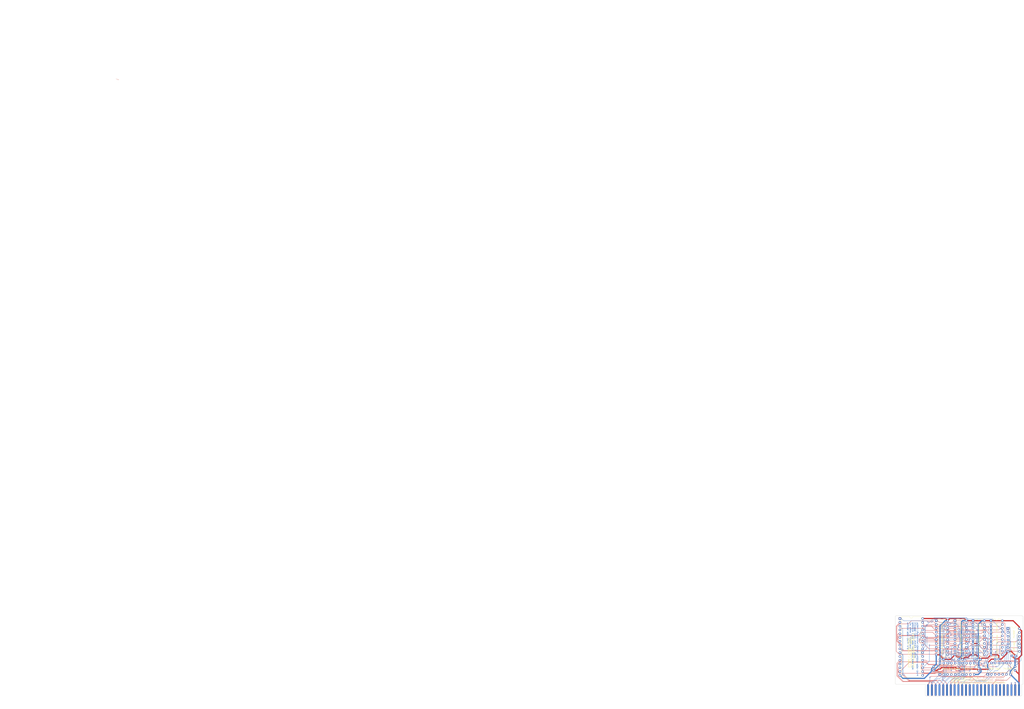
<source format=kicad_pcb>
(kicad_pcb (version 20211014) (generator pcbnew)
  (title_block (title "ProDOS ROM-Drive") (date "2022-02-25") (rev "4.0") (company "Terence J. Boldt"))
  (layers (0 "F.Cu" mixed) (31 "B.Cu" mixed) (36 "B.SilkS" user "B.Silkscreen") (37 "F.SilkS" user "F.Silkscreen") (38 "B.Mask" user) (39 "F.Mask" user) (44 "Edge.Cuts" user))
  (net 0 "")
  (net 1 "+5V")
  (net 2 "GND")
  (net 3 "/~{R}{slash}W")
  (net 4 "/D0")
  (net 5 "/D1")
  (net 6 "/D2")
  (net 7 "/D3")
  (net 8 "/D4")
  (net 9 "/D5")
  (net 10 "/D6")
  (net 11 "/D7")
  (net 12 "/CD7")
  (net 13 "/CD6")
  (net 14 "/CD5")
  (net 15 "/CD4")
  (net 16 "/CD3")
  (net 17 "/CD2")
  (net 18 "/CD1")
  (net 19 "/CD0")
  (net 20 "/~{IO SELECT} AND ~{DEVICE SELECT}")
  (net 21 "/CA19")
  (net 22 "/CA16")
  (net 23 "/CA15")
  (net 24 "/CA12")
  (net 25 "/CA7")
  (net 26 "/CA6")
  (net 27 "/CA5")
  (net 28 "/CA4")
  (net 29 "/A3")
  (net 30 "/A2")
  (net 31 "/A1")
  (net 32 "/A0")
  (net 33 "/~{ROM ENABLE}")
  (net 34 "/CA10")
  (net 35 "/CA11")
  (net 36 "/CA9")
  (net 37 "/CA8")
  (net 38 "/CA13")
  (net 39 "/CA14")
  (net 40 "/CA17")
  (net 41 "/CA18")
  (net 42 "/~{IO SELECT}")
  (net 43 "/~{DEVICE SELECT}")
  (net 44 "/~{HIGH LATCH ENABLE}")
  (net 45 "/A4")
  (net 46 "/A5")
  (net 47 "/A6")
  (net 48 "/A7")
  (net 52 "Net-(U1-Pad3)")
  (net 54 "Net-(U2-Pad12)")
  (net 59 "/R{slash}~{W}")
  (net 64 "/INT")
  (net 65 "/DMA")
  (net 79 "/~{LOW LATCH ENABLE}")
  (net 80 "/~{A0}")
  (footprint "Package_DIP:DIP-14_W7.62mm" (layer "F.Cu") (at 109.33684 31.81858)
    (fp_text reference "U2")
    (fp_text value "74LS32")
  )
  (footprint "Package_DIP:DIP-14_W7.62mm" (layer "F.Cu") (at 95.62084 62.42558 90)
    (fp_text reference "U1")
    (fp_text value "74LS00")
  )
  (footprint "Package_DIP:DIP-20_W7.62mm" (layer "F.Cu") (at 61.20384 26.48458)
    (fp_text reference "LowAddrLatch1")
    (fp_text value "74LS374")
  )
  (footprint "Package_DIP:DIP-20_W7.62mm" (layer "F.Cu") (at 85.84184 26.48458)
    (fp_text reference "LowAddrBuffer1")
    (fp_text value "74LS245")
  )
  (footprint "Package_DIP:DIP-20_W7.62mm" (layer "F.Cu") (at 73.77684 26.48458)
    (fp_text reference "HiAddrLatch1")
    (fp_text value "74LS374")
  )
  (footprint "Package_DIP:DIP-20_W7.62mm" (layer "F.Cu") (at 97.90684 26.48458)
    (fp_text reference "HiAddrBuffer1")
    (fp_text value "74LS245")
  )
  (footprint "Connector:Apple II Expansion Edge Connector" (layer "F.Cu") (at 69.71284 67.88658)
    (fp_text reference "J1")
    (fp_text value "Apple II Expansion Slot")
  )
  (footprint "Package_DIP:DIP-32_W15.24mm" (layer "F.Cu") (at 36.87318 25.0571)
    (fp_text reference "EPROM1")
    (fp_text value "27C080")
  )
  (footprint "Package_DIP:DIP-20_W7.62mm" (layer "F.Cu") (at 63.74384 62.55258 90)
    (fp_text reference "DataBuffer1")
    (fp_text value "74LS245")
  )
  (footprint "Capacitor_THT:C_Disc_D3.0mm_W2.0mm_P2.50mm" (layer "F.Cu") (at 59.55284 59.75858 90)
    (fp_text reference "C1")
    (fp_text value "0.1µF")
  )
  (footprint "Capacitor_THT:C_Disc_D3.0mm_W2.0mm_P2.50mm" (layer "F.Cu") (at 114.03584 59.75858 90)
    (fp_text reference "C2")
    (fp_text value "0.1µF")
  )
  (footprint "Capacitor_THT:C_Disc_D3.0mm_W2.0mm_P2.50mm" (layer "F.Cu") (at 89.77884 60.01258 90)
    (fp_text reference "C3")
    (fp_text value "0.1µF")
  )
  (footprint "Capacitor_THT:C_Disc_D3.0mm_W2.0mm_P2.50mm" (layer "F.Cu") (at 100.57384 52.26558)
    (fp_text reference "C4")
    (fp_text value "0.1µF")
  )
  (footprint "Capacitor_THT:C_Disc_D3.0mm_W2.0mm_P2.50mm" (layer "F.Cu") (at 88.50884 52.39258)
    (fp_text reference "C5")
    (fp_text value "0.1µF")
  )
  (footprint "Capacitor_THT:C_Disc_D3.0mm_W2.0mm_P2.50mm" (layer "F.Cu") (at 76.44384 52.51958)
    (fp_text reference "C6")
    (fp_text value "0.1µF")
  )
  (footprint "Capacitor_THT:C_Disc_D3.0mm_W2.0mm_P2.50mm" (layer "F.Cu") (at 63.74384 52.39258)
    (fp_text reference "C7")
    (fp_text value "0.1µF")
  )
  (footprint "Capacitor_THT:C_Disc_D3.0mm_W2.0mm_P2.50mm" (layer "F.Cu") (at 112.00384 50.10658)
    (fp_text reference "C8")
    (fp_text value "0.1µF")
  )
  (gr_line (start -488.696 -337.058) (end -486.918 -336.55) (layer "B.SilkS") (width 0.2))
  (gr_line (start -486.918 -336.55) (end -487.68 -336.296) (layer "B.SilkS") (width 0.2))
  (gr_line (start 118.60784 69.15658) (end 118.60784 76.39558) (layer "Edge.Cuts") (width 0.15))
  (gr_line (start 33.64484 68.52158) (end 34.27984 69.15658) (layer "Edge.Cuts") (width 0.15))
  (gr_line (start 119.36984 69.15658) (end 118.60784 69.15658) (layer "Edge.Cuts") (width 0.15))
  (gr_line (start 118.60784 76.39558) (end 117.97284 77.03058) (layer "Edge.Cuts") (width 0.15))
  (gr_line (start 53.83784 69.15658) (end 34.27984 69.15658) (layer "Edge.Cuts") (width 0.15))
  (gr_line (start 118.73484 23.05558) (end 34.27984 23.05558) (layer "Edge.Cuts") (width 0.15))
  (gr_line (start 119.36984 69.15658) (end 119.36984 23.69058) (layer "Edge.Cuts") (width 0.15))
  (gr_line (start 53.83784 69.15658) (end 53.83784 76.39558) (layer "Edge.Cuts") (width 0.15))
  (gr_line (start 54.47284 77.03058) (end 117.97284 77.03058) (layer "Edge.Cuts") (width 0.15))
  (gr_line (start 119.36984 23.69058) (end 118.73484 23.05558) (layer "Edge.Cuts") (width 0.15))
  (gr_line (start 53.83784 76.39558) (end 54.47284 77.03058) (layer "Edge.Cuts") (width 0.15))
  (gr_line (start 33.64484 23.69058) (end 34.27984 23.05558) (layer "Edge.Cuts") (width 0.15))
  (gr_line (start 33.64484 23.69058) (end 33.64484 68.52158) (layer "Edge.Cuts") (width 0.15))
  (gr_text "ProDOS ROM-Drive v4.0\nFor Apple ][ computers\nBootable 1 MB read-only solid state disk\n(c)1998-2022 Terence J. Boldt\nhttps://github.com/tjboldt/ProDOS-ROM-Drive\n" (at 45.3644 27.432 90) (layer "B.Cu") (effects (font (size 0.9906 0.9906) (thickness 0.14986)) (justify left mirror)))
  (gr_text "ProDOS ROM-Drive v4.0\n(c)1998-2022 Terence J. Boldt\nhttps://github.com/tjboldt/ProDOS-ROM-Drive" (at 106.68 66.294) (layer "B.SilkS") (effects (font (size 0.9906 0.9906) (thickness 0.14986)) (justify left mirror)))
  (gr_text "Data Bus Buffer  74LS245" (at 75.438 58.674) (layer "F.SilkS") (effects (font (size 0.9906 0.9906) (thickness 0.14986))))
  (gr_text "Low Drive Address  74LS374" (at 65.151 38.227 90) (layer "F.SilkS") (effects (font (size 0.9906 0.9906) (thickness 0.14986))))
  (gr_text "High Drive Address  74LS374" (at 77.724 38.354 90) (layer "F.SilkS") (effects (font (size 0.9906 0.9906) (thickness 0.14986))))
  (gr_text "Low FW Address  74LS245" (at 89.789 38.354 90) (layer "F.SilkS") (effects (font (size 0.9906 0.9906) (thickness 0.14986))))
  (gr_text "High FW Address  74LS245" (at 101.854 38.227 90) (layer "F.SilkS") (effects (font (size 0.9906 0.9906) (thickness 0.14986))))
  (gr_text "NAND Logic  74LS00" (at 103.759 58.674) (layer "F.SilkS") (effects (font (size 0.9906 0.9906) (thickness 0.14986))))
  (gr_text "OR Logic  74LS32" (at 113.284 39.751 90) (layer "F.SilkS") (effects (font (size 0.9906 0.9906) (thickness 0.14986))))
  (gr_text "27C080 / 27C801 EPROM\nFirmware $00300 - $003FF\nDrive Image $00000 - $FFFFF" (at 44.43222 58.02884 90) (layer "F.SilkS") (effects (font (size 0.9906 0.9906) (thickness 0.14986)) (justify left)))
  (gr_text "ProDOS ROM-Drive v4.0\n(c)1998-2022 Terence J. Boldt\nhttps://github.com/tjboldt/ProDOS-ROM-Drive" (at 71.3994 66.3702) (layer "F.SilkS") (effects (font (size 0.9906 0.9906) (thickness 0.14986)) (justify left)))
  (segment (start 89.34958 41.72458) (end 89.397841 41.772841) (width 0.8128) (layer "F.Cu") (net 1))
  (segment (start 116.70284 62.42558) (end 116.70284 51.24958) (width 0.8128) (layer "F.Cu") (net 1))
  (segment (start 52.504241 25.024179) (end 52.18684 25.34158) (width 0.8128) (layer "F.Cu") (net 1))
  (segment (start 89.77884 60.01258) (end 88.724841 58.958581) (width 0.8128) (layer "F.Cu") (net 1))
  (segment (start 79.936439 25.024179) (end 70.284241 25.024179) (width 0.8128) (layer "F.Cu") (net 1))
  (segment (start 116.95684 31.81858) (end 116.95684 30.68721) (width 0.8128) (layer "F.Cu") (net 1))
  (segment (start 116.70284 72.96658) (end 116.70284 62.42558) (width 0.8128) (layer "F.Cu") (net 1))
  (segment (start 85.84184 26.48458) (end 81.39684 26.48458) (width 0.8128) (layer "F.Cu") (net 1))
  (segment (start 93.46184 26.48458) (end 85.84184 26.48458) (width 0.8128) (layer "F.Cu") (net 1))
  (segment (start 77.561541 58.958581) (end 77.00264 58.39968) (width 0.8128) (layer "F.Cu") (net 1))
  (segment (start 64.695724 58.01879) (end 63.755933 58.958581) (width 0.8128) (layer "F.Cu") (net 1))
  (segment (start 116.70284 51.24958) (end 118.417241 49.535179) (width 0.8128) (layer "F.Cu") (net 1))
  (segment (start 98.16084 52.26558) (end 95.62084 54.80558) (width 0.8128) (layer "F.Cu") (net 1))
  (segment (start 116.95684 30.68721) (end 112.75421 26.48458) (width 0.8128) (layer "F.Cu") (net 1))
  (segment (start 85.84184 41.72458) (end 89.34958 41.72458) (width 0.8128) (layer "F.Cu") (net 1))
  (segment (start 100.57384 52.26558) (end 98.16084 52.26558) (width 0.8128) (layer "F.Cu") (net 1))
  (segment (start 74.30019 58.01879) (end 64.695724 58.01879) (width 0.8128) (layer "F.Cu") (net 1))
  (segment (start 61.76518 59.75858) (end 59.55284 59.75858) (width 0.8128) (layer "F.Cu") (net 1))
  (segment (start 115.81384 52.13858) (end 114.03584 52.13858) (width 0.8128) (layer "F.Cu") (net 1))
  (segment (start 67.363439 25.024179) (end 52.504241 25.024179) (width 0.8128) (layer "F.Cu") (net 1))
  (segment (start 62.565179 58.958581) (end 61.76518 59.75858) (width 0.8128) (layer "F.Cu") (net 1))
  (segment (start 88.724841 58.958581) (end 77.561541 58.958581) (width 0.8128) (layer "F.Cu") (net 1))
  (segment (start 70.284241 25.024179) (end 68.82384 26.48458) (width 0.8128) (layer "F.Cu") (net 1))
  (segment (start 63.755933 58.958581) (end 62.565179 58.958581) (width 0.8128) (layer "F.Cu") (net 1))
  (segment (start 118.417241 49.535179) (end 118.417241 33.278981) (width 0.8128) (layer "F.Cu") (net 1))
  (segment (start 74.68108 58.39968) (end 74.30019 58.01879) (width 0.8128) (layer "F.Cu") (net 1))
  (segment (start 105.52684 26.48458) (end 97.90684 26.48458) (width 0.8128) (layer "F.Cu") (net 1))
  (segment (start 118.417241 33.278981) (end 116.95684 31.81858) (width 0.8128) (layer "F.Cu") (net 1))
  (segment (start 116.70284 62.42558) (end 114.03584 59.75858) (width 0.8128) (layer "F.Cu") (net 1))
  (segment (start 96.8502 59.055) (end 90.73642 59.055) (width 0.8128) (layer "F.Cu") (net 1))
  (segment (start 77.00264 58.39968) (end 74.68108 58.39968) (width 0.8128) (layer "F.Cu") (net 1))
  (segment (start 90.73642 59.055) (end 89.77884 60.01258) (width 0.8128) (layer "F.Cu") (net 1))
  (segment (start 112.75421 26.48458) (end 105.52684 26.48458) (width 0.8128) (layer "F.Cu") (net 1))
  (segment (start 116.70284 51.24958) (end 115.81384 52.13858) (width 0.8128) (layer "F.Cu") (net 1))
  (segment (start 68.82384 26.48458) (end 67.363439 25.024179) (width 0.8128) (layer "F.Cu") (net 1))
  (segment (start 114.03584 52.13858) (end 112.00384 50.10658) (width 0.8128) (layer "F.Cu") (net 1))
  (segment (start 97.90684 26.48458) (end 93.46184 26.48458) (width 0.8128) (layer "F.Cu") (net 1))
  (segment (start 81.39684 26.48458) (end 79.936439 25.024179) (width 0.8128) (layer "F.Cu") (net 1))
  (via (at 96.8502 59.055) (size 1.27) (drill 0.7112) (layers "F.Cu" "B.Cu") (net 1))
  (via (at 89.397841 41.772841) (size 1.27) (drill 0.7112) (layers "F.Cu" "B.Cu") (net 1))
  (segment (start 63.74384 52.39258) (end 63.74384 54.93258) (width 0.8128) (layer "B.Cu") (net 1))
  (segment (start 95.62084 57.82564) (end 96.8502 59.055) (width 0.8128) (layer "B.Cu") (net 1))
  (segment (start 89.397841 28.896057) (end 91.809318 26.48458) (width 0.8128) (layer "B.Cu") (net 1))
  (segment (start 78.132839 27.264967) (end 78.132839 50.198771) (width 0.8128) (layer "B.Cu") (net 1))
  (segment (start 76.44384 51.88777) (end 76.44384 52.51958) (width 0.8128) (layer "B.Cu") (net 1))
  (segment (start 68.82384 26.48458) (end 67.18447 26.48458) (width 0.8128) (layer "B.Cu") (net 1))
  (segment (start 85.84184 39.18458) (end 85.84184 41.72458) (width 0.8128) (layer "B.Cu") (net 1))
  (segment (start 91.809318 26.48458) (end 93.46184 26.48458) (width 0.8128) (layer "B.Cu") (net 1))
  (segment (start 95.62084 54.80558) (end 95.62084 57.82564) (width 0.8128) (layer "B.Cu") (net 1))
  (segment (start 89.39784 51.50358) (end 88.50884 52.39258) (width 0.8128) (layer "B.Cu") (net 1))
  (segment (start 89.397841 41.772841) (end 89.397841 36.50488) (width 0.8128) (layer "B.Cu") (net 1))
  (segment (start 79.037687 26.360119) (end 78.132839 27.264967) (width 0.8128) (layer "B.Cu") (net 1))
  (segment (start 89.397841 28.896057) (end 89.397841 39.778919) (width 0.8128) (layer "B.Cu") (net 1))
  (segment (start 89.397841 51.503579) (end 89.397841 41.772841) (width 0.8128) (layer "B.Cu") (net 1))
  (segment (start 63.74384 54.93258) (end 63.74384 55.56758) (width 0.8128) (layer "B.Cu") (net 1))
  (segment (start 80.141009 26.360119) (end 79.037687 26.360119) (width 0.8128) (layer "B.Cu") (net 1))
  (segment (start 88.50884 52.39258) (end 89.397841 51.503579) (width 0.8128) (layer "B.Cu") (net 1))
  (segment (start 80.26547 26.48458) (end 80.141009 26.360119) (width 0.8128) (layer "B.Cu") (net 1))
  (segment (start 81.39684 26.48458) (end 80.26547 26.48458) (width 0.8128) (layer "B.Cu") (net 1))
  (segment (start 78.132839 50.198771) (end 76.44384 51.88777) (width 0.8128) (layer "B.Cu") (net 1))
  (segment (start 63.74384 55.56758) (end 59.55284 59.75858) (width 0.8128) (layer "B.Cu") (net 1))
  (segment (start 67.18447 26.48458) (end 63.74384 29.92521) (width 0.8128) (layer "B.Cu") (net 1))
  (segment (start 63.74384 29.92521) (end 63.74384 52.39258) (width 0.8128) (layer "B.Cu") (net 1))
  (segment (start 97.90684 49.34458) (end 102.43058 49.34458) (width 0.8128) (layer "F.Cu") (net 2))
  (segment (start 77.23124 50.80698) (end 78.94384 52.51958) (width 0.8128) (layer "F.Cu") (net 2))
  (segment (start 66.24384 52.39258) (end 70.72884 52.39258) (width 0.8128) (layer "F.Cu") (net 2))
  (segment (start 66.24384 52.39258) (end 63.19584 49.34458) (width 0.8128) (layer "F.Cu") (net 2))
  (segment (start 111.45584 47.05858) (end 114.50384 50.10658) (width 0.8128) (layer "F.Cu") (net 2))
  (segment (start 91.00884 52.39258) (end 91.808839 51.592581) (width 0.8128) (layer "F.Cu") (net 2))
  (segment (start 77.23124 50.80698) (end 75.23924 50.80698) (width 0.8128) (layer "F.Cu") (net 2))
  (segment (start 104.767234 52.26558) (end 108.536841 48.495973) (width 0.8128) (layer "F.Cu") (net 2))
  (segment (start 103.07384 52.26558) (end 104.767234 52.26558) (width 0.8128) (layer "F.Cu") (net 2))
  (segment (start 82.38489 51.17339) (end 84.2137 49.34458) (width 0.8128) (layer "F.Cu") (net 2))
  (segment (start 109.33684 47.05858) (end 111.45584 47.05858) (width 0.8128) (layer "F.Cu") (net 2))
  (segment (start 63.19584 49.34458) (end 61.20384 49.34458) (width 0.8128) (layer "F.Cu") (net 2))
  (segment (start 102.43058 49.34458) (end 103.07384 49.98784) (width 0.8128) (layer "F.Cu") (net 2))
  (segment (start 75.23924 50.80698) (end 73.77684 49.34458) (width 0.8128) (layer "F.Cu") (net 2))
  (segment (start 95.658839 51.592581) (end 97.90684 49.34458) (width 0.8128) (layer "F.Cu") (net 2))
  (segment (start 84.2137 49.34458) (end 85.84184 49.34458) (width 0.8128) (layer "F.Cu") (net 2))
  (segment (start 108.536841 48.495973) (end 108.536841 47.858579) (width 0.8128) (layer "F.Cu") (net 2))
  (segment (start 103.07384 49.98784) (end 103.07384 52.26558) (width 0.8128) (layer "F.Cu") (net 2))
  (segment (start 108.536841 47.858579) (end 109.33684 47.05858) (width 0.8128) (layer "F.Cu") (net 2))
  (segment (start 70.72884 52.39258) (end 73.77684 49.34458) (width 0.8128) (layer "F.Cu") (net 2))
  (segment (start 91.808839 51.592581) (end 95.658839 51.592581) (width 0.8128) (layer "F.Cu") (net 2))
  (segment (start 82.38489 51.17339) (end 80.29003 51.17339) (width 0.8128) (layer "F.Cu") (net 2))
  (segment (start 85.84184 49.34458) (end 87.96084 49.34458) (width 0.8128) (layer "F.Cu") (net 2))
  (segment (start 87.96084 49.34458) (end 91.00884 52.39258) (width 0.8128) (layer "F.Cu") (net 2))
  (segment (start 80.29003 51.17339) (end 78.94384 52.51958) (width 0.8128) (layer "F.Cu") (net 2))
  (segment (start 89.77884 53.62258) (end 91.00884 52.39258) (width 0.8128) (layer "B.Cu") (net 2))
  (segment (start 89.77884 57.51258) (end 89.77884 53.62258) (width 0.8128) (layer "B.Cu") (net 2))
  (segment (start 116.70284 72.96658) (end 116.70284 68.26758) (width 0.8128) (layer "B.Cu") (net 2))
  (segment (start 53.261114 65.1637) (end 58.092439 60.332375) (width 0.8128) (layer "B.Cu") (net 2))
  (segment (start 97.90684 44.26458) (end 97.90684 49.34458) (width 0.8128) (layer "B.Cu") (net 2))
  (segment (start 97.90684 29.02458) (end 97.90684 34.10458) (width 0.8128) (layer "B.Cu") (net 2))
  (segment (start 110.86084 62.42558) (end 110.86084 60.43358) (width 0.8128) (layer "B.Cu") (net 2))
  (segment (start 85.84184 49.34458) (end 85.84184 44.26458) (width 0.8128) (layer "B.Cu") (net 2))
  (segment (start 89.400234 62.55258) (end 91.239241 60.713573) (width 0.8128) (layer "B.Cu") (net 2))
  (segment (start 58.092439 60.332375) (end 58.092439 58.718981) (width 0.8128) (layer "B.Cu") (net 2))
  (segment (start 61.20384 49.34458) (end 61.20384 55.60758) (width 0.8128) (layer "B.Cu") (net 2))
  (segment (start 116.70284 68.26758) (end 110.86084 62.42558) (width 0.8128) (layer "B.Cu") (net 2))
  (segment (start 58.092439 58.718981) (end 59.55284 57.25858) (width 0.8128) (layer "B.Cu") (net 2))
  (segment (start 61.20384 55.60758) (end 59.55284 57.25858) (width 0.8128) (layer "B.Cu") (net 2))
  (segment (start 91.239241 60.713573) (end 91.239241 58.972981) (width 0.8128) (layer "B.Cu") (net 2))
  (segment (start 97.90684 34.10458) (end 97.90684 39.18458) (width 0.8128) (layer "B.Cu") (net 2))
  (segment (start 114.03584 57.25858) (end 114.03584 50.57458) (width 0.8128) (layer "B.Cu") (net 2))
  (segment (start 114.03584 50.57458) (end 114.50384 50.10658) (width 0.8128) (layer "B.Cu") (net 2))
  (segment (start 86.60384 62.55258) (end 89.400234 62.55258) (width 0.8128) (layer "B.Cu") (net 2))
  (segment (start 91.239241 58.972981) (end 89.77884 57.51258) (width 0.8128) (layer "B.Cu") (net 2))
  (segment (start 97.90684 39.18458) (end 97.90684 44.26458) (width 0.8128) (layer "B.Cu") (net 2))
  (segment (start 36.87318 63.1571) (end 38.87978 65.1637) (width 0.8128) (layer "B.Cu") (net 2))
  (segment (start 110.86084 60.43358) (end 114.03584 57.25858) (width 0.8128) (layer "B.Cu") (net 2))
  (segment (start 38.87978 65.1637) (end 53.261114 65.1637) (width 0.8128) (layer "B.Cu") (net 2))
  (segment (start 63.74384 62.55258) (end 64.72164 62.55258) (width 0.1778) (layer "F.Cu") (net 3))
  (segment (start 65.915341 61.358879) (end 108.457901 61.358879) (width 0.1778) (layer "F.Cu") (net 3))
  (segment (start 64.72164 62.55258) (end 65.915341 61.358879) (width 0.1778) (layer "F.Cu") (net 3))
  (segment (start 108.457901 61.358879) (end 110.32744 59.48934) (width 0.1778) (layer "F.Cu") (net 3))
  (via (at 110.32744 59.48934) (size 0.762) (drill 0.50038) (layers "F.Cu" "B.Cu") (net 3))
  (segment (start 110.86084 31.262518) (end 110.86084 39.956764) (width 0.1778) (layer "B.Cu") (net 3))
  (segment (start 110.86084 39.956764) (end 111.114761 40.210685) (width 0.1778) (layer "B.Cu") (net 3))
  (segment (start 108.270139 33.291879) (end 108.270139 30.805219) (width 0.1778) (layer "B.Cu") (net 3))
  (segment (start 108.270139 30.805219) (end 108.323479 30.751879) (width 0.1778) (layer "B.Cu") (net 3))
  (segment (start 110.32744 59.48934) (end 110.86084 58.95594) (width 0.1778) (layer "B.Cu") (net 3))
  (segment (start 108.323479 30.751879) (end 110.350201 30.751879) (width 0.1778) (layer "B.Cu") (net 3))
  (segment (start 110.86084 58.95594) (end 110.86084 54.80558) (width 0.1778) (layer "B.Cu") (net 3))
  (segment (start 111.114761 40.210685) (end 111.114761 43.815079) (width 0.1778) (layer "B.Cu") (net 3))
  (segment (start 110.350201 30.751879) (end 110.86084 31.262518) (width 0.1778) (layer "B.Cu") (net 3))
  (segment (start 109.33684 34.35858) (end 108.270139 33.291879) (width 0.1778) (layer "B.Cu") (net 3))
  (segment (start 111.114761 43.815079) (end 110.86084 44.069) (width 0.1778) (layer "B.Cu") (net 3))
  (segment (start 110.86084 44.069) (end 110.86084 54.80558) (width 0.1778) (layer "B.Cu") (net 3))
  (segment (start 63.55334 65.28308) (end 61.77534 65.28308) (width 0.1778) (layer "B.Cu") (net 4))
  (segment (start 66.28384 62.55258) (end 63.55334 65.28308) (width 0.1778) (layer "B.Cu") (net 4))
  (segment (start 58.28284 68.77558) (end 58.28284 72.96658) (width 0.1778) (layer "B.Cu") (net 4))
  (segment (start 61.77534 65.28308) (end 58.28284 68.77558) (width 0.1778) (layer "B.Cu") (net 4))
  (segment (start 60.82284 68.90258) (end 60.82284 72.96658) (width 0.1778) (layer "B.Cu") (net 5))
  (segment (start 68.82384 62.55258) (end 68.82384 63.12408) (width 0.1778) (layer "B.Cu") (net 5))
  (segment (start 63.30442 66.421) (end 60.82284 68.90258) (width 0.1778) (layer "B.Cu") (net 5))
  (segment (start 68.82384 63.12408) (end 65.532 66.41592) (width 0.1778) (layer "B.Cu") (net 5))
  (segment (start 65.52184 66.421) (end 63.30442 66.421) (width 0.1778) (layer "B.Cu") (net 5))
  (segment (start 65.532 66.41592) (end 65.52692 66.41592) (width 0.1778) (layer "B.Cu") (net 5))
  (segment (start 65.52692 66.41592) (end 65.52184 66.421) (width 0.1778) (layer "B.Cu") (net 5))
  (segment (start 67.13981 66.77661) (end 65.61581 66.77661) (width 0.1778) (layer "B.Cu") (net 6))
  (segment (start 71.36384 62.55258) (end 67.13981 66.77661) (width 0.1778) (layer "B.Cu") (net 6))
  (segment (start 65.61581 66.77661) (end 63.36284 69.02958) (width 0.1778) (layer "B.Cu") (net 6))
  (segment (start 63.36284 69.02958) (end 63.36284 72.96658) (width 0.1778) (layer "B.Cu") (net 6))
  (segment (start 70.231 64.643) (end 65.90284 68.97116) (width 0.1778) (layer "B.Cu") (net 7))
  (segment (start 73.90384 62.55258) (end 71.81342 64.643) (width 0.1778) (layer "B.Cu") (net 7))
  (segment (start 65.90284 68.97116) (end 65.90284 72.96658) (width 0.1778) (layer "B.Cu") (net 7))
  (segment (start 71.81342 64.643) (end 70.231 64.643) (width 0.1778) (layer "B.Cu") (net 7))
  (segment (start 68.44284 68.9229) (end 68.44284 72.96658) (width 0.1778) (layer "B.Cu") (net 8))
  (segment (start 71.92264 65.4431) (end 68.44284 68.9229) (width 0.1778) (layer "B.Cu") (net 8))
  (segment (start 73.55332 65.4431) (end 71.92264 65.4431) (width 0.1778) (layer "B.Cu") (net 8))
  (segment (start 76.44384 62.55258) (end 73.55332 65.4431) (width 0.1778) (layer "B.Cu") (net 8))
  (segment (start 70.98284 68.8594) (end 70.98284 72.96658) (width 0.1778) (layer "B.Cu") (net 9))
  (segment (start 76.01966 65.51676) (end 74.32548 65.51676) (width 0.1778) (layer "B.Cu") (net 9))
  (segment (start 78.98384 62.55258) (end 76.01966 65.51676) (width 0.1778) (layer "B.Cu") (net 9))
  (segment (start 74.32548 65.51676) (end 70.98284 68.8594) (width 0.1778) (layer "B.Cu") (net 9))
  (segment (start 79.30642 65.659) (end 76.79182 65.659) (width 0.1778) (layer "B.Cu") (net 10))
  (segment (start 79.629 65.33642) (end 79.30642 65.659) (width 0.1778) (layer "B.Cu") (net 10))
  (segment (start 80.76184 63.31458) (end 80.76184 64.20358) (width 0.1778) (layer "B.Cu") (net 10))
  (segment (start 79.629 65.33642) (end 79.375 65.59042) (width 0.1778) (layer "B.Cu") (net 10))
  (segment (start 76.79182 65.659) (end 73.52284 68.92798) (width 0.1778) (layer "B.Cu") (net 10))
  (segment (start 81.52384 62.55258) (end 80.76184 63.31458) (width 0.1778) (layer "B.Cu") (net 10))
  (segment (start 80.76184 64.20358) (end 79.629 65.33642) (width 0.1778) (layer "B.Cu") (net 10))
  (segment (start 73.52284 68.92798) (end 73.52284 72.96658) (width 0.1778) (layer "B.Cu") (net 10))
  (segment (start 81.24698 66.10604) (end 83.39582 66.10604) (width 0.1778) (layer "B.Cu") (net 11))
  (segment (start 76.06284 69.06006) (end 76.06284 72.96658) (width 0.1778) (layer "B.Cu") (net 11))
  (segment (start 79.908399 67.444621) (end 77.71384 67.44462) (width 0.1778) (layer "B.Cu") (net 11))
  (segment (start 77.71384 67.44462) (end 76.0984 69.06006) (width 0.1778) (layer "B.Cu") (net 11))
  (segment (start 84.01304 65.48882) (end 84.01304 62.60338) (width 0.1778) (layer "B.Cu") (net 11))
  (segment (start 81.24698 66.10604) (end 79.908399 67.444621) (width 0.1778) (layer "B.Cu") (net 11))
  (segment (start 84.01304 65.48882) (end 83.39582 66.10604) (width 0.1778) (layer "B.Cu") (net 11))
  (segment (start 76.0984 69.06006) (end 76.06284 69.06006) (width 0.1778) (layer "B.Cu") (net 11))
  (segment (start 84.01304 62.60338) (end 84.06384 62.55258) (width 0.1778) (layer "B.Cu") (net 11))
  (segment (start 81.39684 31.56458) (end 80.330139 30.497879) (width 0.1778) (layer "F.Cu") (net 12))
  (segment (start 54.3179 52.9971) (end 52.11318 52.9971) (width 0.1778) (layer "F.Cu") (net 12))
  (segment (start 86.60384 54.93258) (end 85.460939 53.789679) (width 0.1778) (layer "F.Cu") (net 12))
  (segment (start 55.110479 53.789679) (end 54.3179 52.9971) (width 0.1778) (layer "F.Cu") (net 12))
  (segment (start 69.890541 30.497879) (end 68.82384 31.56458) (width 0.1778) (layer "F.Cu") (net 12))
  (segment (start 85.460939 53.789679) (end 55.110479 53.789679) (width 0.1778) (layer "F.Cu") (net 12))
  (segment (start 80.330139 30.497879) (end 69.890541 30.497879) (width 0.1778) (layer "F.Cu") (net 12))
  (segment (start 85.130541 53.459281) (end 85.130541 52.872541) (width 0.1778) (layer "B.Cu") (net 12))
  (segment (start 85.130541 52.872541) (end 85.130541 50.919281) (width 0.1778) (layer "B.Cu") (net 12))
  (segment (start 83.507579 40.769529) (end 83.507579 33.506661) (width 0.1778) (layer "B.Cu") (net 12))
  (segment (start 82.819151 41.457957) (end 83.507579 40.769529) (width 0.1778) (layer "B.Cu") (net 12))
  (segment (start 86.60384 54.93258) (end 85.130541 53.459281) (width 0.1778) (layer "B.Cu") (net 12))
  (segment (start 81.565498 31.56458) (end 81.39684 31.56458) (width 0.1778) (layer "B.Cu") (net 12))
  (segment (start 83.507579 49.296319) (end 83.507579 46.321979) (width 0.1778) (layer "B.Cu") (net 12))
  (segment (start 83.507579 33.506661) (end 81.565498 31.56458) (width 0.1778) (layer "B.Cu") (net 12))
  (segment (start 83.507579 46.321979) (end 82.819151 45.633551) (width 0.1778) (layer "B.Cu") (net 12))
  (segment (start 85.130541 50.919281) (end 83.507579 49.296319) (width 0.1778) (layer "B.Cu") (net 12))
  (segment (start 82.819151 45.633551) (end 82.819151 41.457957) (width 0.1778) (layer "B.Cu") (net 12))
  (segment (start 70.429111 33.383229) (end 69.7611 34.05124) (width 0.1778) (layer "F.Cu") (net 13))
  (segment (start 77.3049 59.707891) (end 79.917149 59.707891) (width 0.1778) (layer "F.Cu") (net 13))
  (segment (start 74.288857 33.037879) (end 73.283981 33.037879) (width 0.1778) (layer "F.Cu") (net 13))
  (segment (start 73.283981 33.037879) (end 72.938631 33.383229) (width 0.1778) (layer "F.Cu") (net 13))
  (segment (start 79.917149 59.707891) (end 80.351378 60.14212) (width 0.1778) (layer "F.Cu") (net 13))
  (segment (start 80.351378 60.14212) (end 83.593851 60.14212) (width 0.1778) (layer "F.Cu") (net 13))
  (segment (start 51.046479 56.603801) (end 51.046479 58.589117) (width 0.1778) (layer "F.Cu") (net 13))
  (segment (start 64.800492 60.31992) (end 66.342272 58.77814) (width 0.1778) (layer "F.Cu") (net 13))
  (segment (start 62.075554 60.50789) (end 62.263524 60.31992) (width 0.1778) (layer "F.Cu") (net 13))
  (segment (start 72.938631 33.383229) (end 70.429111 33.383229) (width 0.1778) (layer "F.Cu") (net 13))
  (segment (start 52.11318 55.5371) (end 51.046479 56.603801) (width 0.1778) (layer "F.Cu") (net 13))
  (segment (start 68.87718 34.05124) (end 68.82384 34.10458) (width 0.1778) (layer "F.Cu") (net 13))
  (segment (start 60.495024 60.50789) (end 62.075554 60.50789) (width 0.1778) (layer "F.Cu") (net 13))
  (segment (start 60.101433 60.901481) (end 60.495024 60.50789) (width 0.1778) (layer "F.Cu") (net 13))
  (segment (start 66.342272 58.77814) (end 73.69302 58.77814) (width 0.1778) (layer "F.Cu") (net 13))
  (segment (start 75.355558 34.10458) (end 74.288857 33.037879) (width 0.1778) (layer "F.Cu") (net 13))
  (segment (start 62.263524 60.31992) (end 64.800492 60.31992) (width 0.1778) (layer "F.Cu") (net 13))
  (segment (start 57.653165 59.550399) (end 59.004247 60.901481) (width 0.1778) (layer "F.Cu") (net 13))
  (segment (start 81.39684 34.10458) (end 75.355558 34.10458) (width 0.1778) (layer "F.Cu") (net 13))
  (segment (start 59.004247 60.901481) (end 60.101433 60.901481) (width 0.1778) (layer "F.Cu") (net 13))
  (segment (start 51.046479 58.589117) (end 52.007761 59.550399) (width 0.1778) (layer "F.Cu") (net 13))
  (segment (start 52.007761 59.550399) (end 57.653165 59.550399) (width 0.1778) (layer "F.Cu") (net 13))
  (segment (start 69.7611 34.05124) (end 68.87718 34.05124) (width 0.1778) (layer "F.Cu") (net 13))
  (segment (start 77.304877 59.707868) (end 77.3049 59.707891) (width 0.1778) (layer "F.Cu") (net 13))
  (segment (start 76.103392 59.707868) (end 77.304877 59.707868) (width 0.1778) (layer "F.Cu") (net 13))
  (segment (start 74.622771 59.707891) (end 76.103369 59.707891) (width 0.1778) (layer "F.Cu") (net 13))
  (segment (start 73.69302 58.77814) (end 74.622771 59.707891) (width 0.1778) (layer "F.Cu") (net 13))
  (segment (start 76.103369 59.707891) (end 76.103392 59.707868) (width 0.1778) (layer "F.Cu") (net 13))
  (via (at 83.593851 60.14212) (size 0.762) (drill 0.50038) (layers "F.Cu" "B.Cu") (net 13))
  (segment (start 84.06384 54.93258) (end 84.06384 52.633898) (width 0.1778) (layer "B.Cu") (net 13))
  (segment (start 84.06384 59.672131) (end 83.593851 60.14212) (width 0.1778) (layer "B.Cu") (net 13))
  (segment (start 84.06384 52.633898) (end 83.151971 51.722029) (width 0.1778) (layer "B.Cu") (net 13))
  (segment (start 84.06384 54.93258) (end 84.06384 59.672131) (width 0.1778) (layer "B.Cu") (net 13))
  (segment (start 82.463541 41.310659) (end 83.151971 40.622229) (width 0.1778) (layer "B.Cu") (net 13))
  (segment (start 83.151971 35.859711) (end 81.39684 34.10458) (width 0.1778) (layer "B.Cu") (net 13))
  (segment (start 83.151971 51.722029) (end 83.151971 46.525171) (width 0.1778) (layer "B.Cu") (net 13))
  (segment (start 83.151971 46.525171) (end 82.463541 45.836741) (width 0.1778) (layer "B.Cu") (net 13))
  (segment (start 83.151971 40.622229) (end 83.151971 35.859711) (width 0.1778) (layer "B.Cu") (net 13))
  (segment (start 82.463541 45.836741) (end 82.463541 41.310659) (width 0.1778) (layer "B.Cu") (net 13))
  (segment (start 68.82384 41.72458) (end 69.890541 42.791281) (width 0.1778) (layer "F.Cu") (net 14))
  (segment (start 77.56398 57.27446) (end 77.94752 56.89092) (width 0.1778) (layer "F.Cu") (net 14))
  (segment (start 81.52384 56.06395) (end 81.52384 54.93258) (width 0.1778) (layer "F.Cu") (net 14))
  (segment (start 58.679866 58.0771) (end 59.022766 58.42) (width 0.1778) (layer "F.Cu") (net 14))
  (segment (start 76.469228 57.27446) (end 77.56398 57.27446) (width 0.1778) (layer "F.Cu") (net 14))
  (segment (start 77.94752 56.89092) (end 80.69687 56.89092) (width 0.1778) (layer "F.Cu") (net 14))
  (segment (start 61.468 58.20918) (end 62.78626 56.89092) (width 0.1778) (layer "F.Cu") (net 14))
  (segment (start 78.359099 42.791281) (end 79.39532 41.75506) (width 0.1778) (layer "F.Cu") (net 14))
  (segment (start 52.11318 58.0771) (end 58.679866 58.0771) (width 0.1778) (layer "F.Cu") (net 14))
  (segment (start 79.39532 41.75506) (end 79.6671 41.75506) (width 0.1778) (layer "F.Cu") (net 14))
  (segment (start 67.62242 42.926) (end 56.642 42.926) (width 0.1778) (layer "F.Cu") (net 14))
  (segment (start 81.36636 41.75506) (end 81.39684 41.72458) (width 0.1778) (layer "F.Cu") (net 14))
  (segment (start 60.082914 58.42) (end 60.293734 58.20918) (width 0.1778) (layer "F.Cu") (net 14))
  (segment (start 60.293734 58.20918) (end 61.468 58.20918) (width 0.1778) (layer "F.Cu") (net 14))
  (segment (start 69.890541 42.791281) (end 78.359099 42.791281) (width 0.1778) (layer "F.Cu") (net 14))
  (segment (start 79.6671 41.75506) (end 81.36636 41.75506) (width 0.1778) (layer "F.Cu") (net 14))
  (segment (start 76.085688 56.89092) (end 76.469228 57.27446) (width 0.1778) (layer "F.Cu") (net 14))
  (segment (start 62.78626 56.89092) (end 76.085688 56.89092) (width 0.1778) (layer "F.Cu") (net 14))
  (segment (start 68.82384 41.72458) (end 67.62242 42.926) (width 0.1778) (layer "F.Cu") (net 14))
  (segment (start 80.69687 56.89092) (end 81.52384 56.06395) (width 0.1778) (layer "F.Cu") (net 14))
  (segment (start 59.022766 58.42) (end 60.082914 58.42) (width 0.1778) (layer "F.Cu") (net 14))
  (via (at 56.642 42.926) (size 0.762) (drill 0.50038) (layers "F.Cu" "B.Cu") (net 14))
  (segment (start 56.642 53.54828) (end 52.11318 58.0771) (width 0.1778) (layer "B.Cu") (net 14))
  (segment (start 56.642 42.926) (end 56.642 53.54828) (width 0.1778) (layer "B.Cu") (net 14))
  (segment (start 53.65496 61.45276) (end 52.94884 61.45276) (width 0.1778) (layer "F.Cu") (net 15))
  (segment (start 74.620132 60.20816) (end 76.23556 60.20816) (width 0.1778) (layer "F.Cu") (net 15))
  (segment (start 62.689728 60.678048) (end 64.945272 60.678048) (width 0.1778) (layer "F.Cu") (net 15))
  (segment (start 77.091439 44.99356) (end 80.66786 44.99356) (width 0.1778) (layer "F.Cu") (net 15))
  (segment (start 75.295758 43.197879) (end 71.021911 43.197879) (width 0.1778) (layer "F.Cu") (net 15))
  (segment (start 62.222853 60.863499) (end 62.410822 60.67553) (width 0.1778) (layer "F.Cu") (net 15))
  (segment (start 62.68721 60.67553) (end 62.689728 60.678048) (width 0.1778) (layer "F.Cu") (net 15))
  (segment (start 53.65496 61.45276) (end 60.053062 61.45276) (width 0.1778) (layer "F.Cu") (net 15))
  (segment (start 60.053062 61.45276) (end 60.642322 60.8635) (width 0.1778) (layer "F.Cu") (net 15))
  (segment (start 52.94884 61.45276) (end 52.11318 60.6171) (width 0.1778) (layer "F.Cu") (net 15))
  (segment (start 64.945272 60.678048) (end 66.421 59.20232) (width 0.1778) (layer "F.Cu") (net 15))
  (segment (start 68.82384 44.26458) (end 69.95521 44.26458) (width 0.1778) (layer "F.Cu") (net 15))
  (segment (start 66.421 59.20232) (end 73.614292 59.20232) (width 0.1778) (layer "F.Cu") (net 15))
  (segment (start 73.614292 59.20232) (end 74.620132 60.20816) (width 0.1778) (layer "F.Cu") (net 15))
  (segment (start 69.95521 44.26458) (end 71.021911 43.197879) (width 0.1778) (layer "F.Cu") (net 15))
  (segment (start 76.23556 60.20816) (end 76.380242 60.063478) (width 0.1778) (layer "F.Cu") (net 15))
  (segment (start 80.66786 44.99356) (end 81.39684 44.26458) (width 0.1778) (layer "F.Cu") (net 15))
  (segment (start 62.410822 60.67553) (end 62.68721 60.67553) (width 0.1778) (layer "F.Cu") (net 15))
  (segment (start 77.091439 44.99356) (end 75.295758 43.197879) (width 0.1778) (layer "F.Cu") (net 15))
  (segment (start 77.478638 60.39612) (end 79.13878 60.39612) (width 0.1778) (layer "F.Cu") (net 15))
  (segment (start 77.145996 60.063478) (end 77.478638 60.39612) (width 0.1778) (layer "F.Cu") (net 15))
  (segment (start 76.380242 60.063478) (end 77.145996 60.063478) (width 0.1778) (layer "F.Cu") (net 15))
  (segment (start 60.642322 60.8635) (end 62.222853 60.863499) (width 0.1778) (layer "F.Cu") (net 15))
  (via (at 79.13878 60.39612) (size 0.762) (drill 0.50038) (layers "F.Cu" "B.Cu") (net 15))
  (segment (start 80.086251 52.046377) (end 80.086251 53.771749) (width 0.1778) (layer "B.Cu") (net 15))
  (segment (start 78.98384 54.87416) (end 78.98384 54.93258) (width 0.1778) (layer "B.Cu") (net 15))
  (segment (start 79.093039 56.86297) (end 78.87461 56.86297) (width 0.1778) (layer "B.Cu") (net 15))
  (segment (start 81.39684 44.26458) (end 79.238248 46.423172) (width 0.1778) (layer "B.Cu") (net 15))
  (segment (start 79.238248 46.423172) (end 79.238248 51.198374) (width 0.1778) (layer "B.Cu") (net 15))
  (segment (start 80.086251 53.771749) (end 78.98384 54.87416) (width 0.1778) (layer "B.Cu") (net 15))
  (segment (start 78.64348 55.27294) (end 78.98384 54.93258) (width 0.1778) (layer "B.Cu") (net 15))
  (segment (start 79.55535 57.325281) (end 79.093039 56.86297) (width 0.1778) (layer "B.Cu") (net 15))
  (segment (start 79.13878 60.39612) (end 79.555351 59.979549) (width 0.1778) (layer "B.Cu") (net 15))
  (segment (start 79.555351 59.979549) (end 79.55535 57.325281) (width 0.1778) (layer "B.Cu") (net 15))
  (segment (start 78.64348 56.63184) (end 78.64348 55.27294) (width 0.1778) (layer "B.Cu") (net 15))
  (segment (start 79.238248 51.198374) (end 80.086251 52.046377) (width 0.1778) (layer "B.Cu") (net 15))
  (segment (start 78.87461 56.86297) (end 78.64348 56.63184) (width 0.1778) (layer "B.Cu") (net 15))
  (segment (start 61.165702 61.574718) (end 60.576442 62.163978) (width 0.1778) (layer "F.Cu") (net 16))
  (segment (start 66.060133 60.711179) (end 65.382044 61.389268) (width 0.1778) (layer "F.Cu") (net 16))
  (segment (start 64.048541 45.331281) (end 62.98184 44.26458) (width 0.1778) (layer "F.Cu") (net 16))
  (segment (start 76.869504 60.711179) (end 66.060133 60.711179) (width 0.1778) (layer "F.Cu") (net 16))
  (segment (start 60.576442 62.163978) (end 53.106302 62.163978) (width 0.1778) (layer "F.Cu") (net 16))
  (segment (start 62.517451 61.574717) (end 61.165702 61.574718) (width 0.1778) (layer "F.Cu") (net 16))
  (segment (start 73.77684 44.26458) (end 72.710139 45.331281) (width 0.1778) (layer "F.Cu") (net 16))
  (segment (start 72.710139 45.331281) (end 64.048541 45.331281) (width 0.1778) (layer "F.Cu") (net 16))
  (segment (start 62.7029 61.389268) (end 62.517451 61.574717) (width 0.1778) (layer "F.Cu") (net 16))
  (segment (start 65.382044 61.389268) (end 62.7029 61.389268) (width 0.1778) (layer "F.Cu") (net 16))
  (segment (start 53.106302 62.163978) (end 52.11318 63.1571) (width 0.1778) (layer "F.Cu") (net 16))
  (segment (start 62.98184 44.26458) (end 61.20384 44.26458) (width 0.1778) (layer "F.Cu") (net 16))
  (via (at 76.869504 60.711179) (size 0.762) (drill 0.50038) (layers "F.Cu" "B.Cu") (net 16))
  (segment (start 75.692 56.896) (end 75.692 55.68442) (width 0.1778) (layer "B.Cu") (net 16))
  (segment (start 74.754251 53.242991) (end 73.193157 53.242991) (width 0.1778) (layer "B.Cu") (net 16))
  (segment (start 76.2 57.404) (end 75.692 56.896) (width 0.1778) (layer "B.Cu") (net 16))
  (segment (start 72.64547 44.26458) (end 73.77684 44.26458) (width 0.1778) (layer "B.Cu") (net 16))
  (segment (start 76.44384 54.93258) (end 74.754251 53.242991) (width 0.1778) (layer "B.Cu") (net 16))
  (segment (start 75.692 55.68442) (end 76.44384 54.93258) (width 0.1778) (layer "B.Cu") (net 16))
  (segment (start 71.488299 45.421751) (end 72.64547 44.26458) (width 0.1778) (layer "B.Cu") (net 16))
  (segment (start 76.2 60.041675) (end 76.2 57.404) (width 0.1778) (layer "B.Cu") (net 16))
  (segment (start 76.869504 60.711179) (end 76.2 60.041675) (width 0.1778) (layer "B.Cu") (net 16))
  (segment (start 73.193157 53.242991) (end 71.488299 51.538133) (width 0.1778) (layer "B.Cu") (net 16))
  (segment (start 71.488299 51.538133) (end 71.488299 45.421751) (width 0.1778) (layer "B.Cu") (net 16))
  (segment (start 55.88 56.115679) (end 60.101433 56.115679) (width 0.1778) (layer "F.Cu") (net 17))
  (segment (start 60.101433 56.115679) (end 60.416845 56.431091) (width 0.1778) (layer "F.Cu") (net 17))
  (segment (start 67.96024 40.657879) (end 66.890999 41.72712) (width 0.1778) (layer "F.Cu") (net 17))
  (segment (start 72.405329 56.431091) (end 73.90384 54.93258) (width 0.1778) (layer "F.Cu") (net 17))
  (segment (start 36.87318 60.6171) (end 43.06315 54.42713) (width 0.1778) (layer "F.Cu") (net 17))
  (segment (start 69.359879 40.657879) (end 67.96024 40.657879) (width 0.1778) (layer "F.Cu") (net 17))
  (segment (start 66.890999 41.72712) (end 62.33775 41.72712) (width 0.1778) (layer "F.Cu") (net 17))
  (segment (start 73.77684 41.72458) (end 70.42658 41.72458) (width 0.1778) (layer "F.Cu") (net 17))
  (segment (start 60.416845 56.431091) (end 72.405329 56.431091) (width 0.1778) (layer "F.Cu") (net 17))
  (segment (start 43.06315 54.42713) (end 54.191451 54.42713) (width 0.1778) (layer "F.Cu") (net 17))
  (segment (start 62.33775 41.72712) (end 62.33521 41.72458) (width 0.1778) (layer "F.Cu") (net 17))
  (segment (start 62.33521 41.72458) (end 61.20384 41.72458) (width 0.1778) (layer "F.Cu") (net 17))
  (segment (start 70.42658 41.72458) (end 69.359879 40.657879) (width 0.1778) (layer "F.Cu") (net 17))
  (segment (start 54.191451 54.42713) (end 55.88 56.115679) (width 0.1778) (layer "F.Cu") (net 17))
  (segment (start 71.123657 51.676399) (end 71.123657 48.768) (width 0.1778) (layer "B.Cu") (net 17))
  (segment (start 71.123657 48.768) (end 71.123657 44.377763) (width 0.1778) (layer "B.Cu") (net 17))
  (segment (start 73.90384 54.456582) (end 71.123657 51.676399) (width 0.1778) (layer "B.Cu") (net 17))
  (segment (start 73.90384 54.93258) (end 73.90384 54.456582) (width 0.1778) (layer "B.Cu") (net 17))
  (segment (start 71.123657 44.377763) (end 73.77684 41.72458) (width 0.1778) (layer "B.Cu") (net 17))
  (segment (start 35.806479 59.143801) (end 35.806479 61.129117) (width 0.1778) (layer "F.Cu") (net 18))
  (segment (start 69.335857 35.171281) (end 67.27698 35.171281) (width 0.1778) (layer "F.Cu") (net 18))
  (segment (start 35.806479 61.129117) (end 36.485732 61.80837) (width 0.1778) (layer "F.Cu") (net 18))
  (segment (start 73.77684 34.10458) (end 70.402558 34.10458) (width 0.1778) (layer "F.Cu") (net 18))
  (segment (start 62.555602 61.033658) (end 65.234746 61.033658) (width 0.1778) (layer "F.Cu") (net 18))
  (segment (start 36.485732 61.80837) (end 60.200361 61.808369) (width 0.1778) (layer "F.Cu") (net 18))
  (segment (start 70.402558 34.10458) (end 69.335857 35.171281) (width 0.1778) (layer "F.Cu") (net 18))
  (segment (start 36.87318 58.0771) (end 35.806479 59.143801) (width 0.1778) (layer "F.Cu") (net 18))
  (segment (start 67.27698 35.171281) (end 62.270541 35.171281) (width 0.1778) (layer "F.Cu") (net 18))
  (segment (start 66.418384 59.85002) (end 71.36384 59.85002) (width 0.1778) (layer "F.Cu") (net 18))
  (segment (start 62.370152 61.219108) (end 62.555602 61.033658) (width 0.1778) (layer "F.Cu") (net 18))
  (segment (start 60.789622 61.219108) (end 62.370152 61.219108) (width 0.1778) (layer "F.Cu") (net 18))
  (segment (start 65.234746 61.033658) (end 66.418384 59.85002) (width 0.1778) (layer "F.Cu") (net 18))
  (segment (start 60.200361 61.808369) (end 60.789622 61.219108) (width 0.1778) (layer "F.Cu") (net 18))
  (segment (start 62.270541 35.171281) (end 61.20384 34.10458) (width 0.1778) (layer "F.Cu") (net 18))
  (via (at 67.27698 35.171281) (size 0.762) (drill 0.50038) (layers "F.Cu" "B.Cu") (net 18))
  (via (at 71.36384 59.85002) (size 0.762) (drill 0.50038) (layers "F.Cu" "B.Cu") (net 18))
  (segment (start 71.36384 54.93258) (end 71.36384 59.85002) (width 0.1778) (layer "B.Cu") (net 18))
  (segment (start 66.41338 43.63212) (end 67.757629 44.976369) (width 0.1778) (layer "B.Cu") (net 18))
  (segment (start 67.757629 51.326369) (end 71.36384 54.93258) (width 0.1778) (layer "B.Cu") (net 18))
  (segment (start 67.27698 35.171281) (end 66.41338 36.034881) (width 0.1778) (layer "B.Cu") (net 18))
  (segment (start 66.41338 36.034881) (end 66.41338 43.63212) (width 0.1778) (layer "B.Cu") (net 18))
  (segment (start 67.757629 44.976369) (end 67.757629 51.326369) (width 0.1778) (layer "B.Cu") (net 18))
  (segment (start 64.955387 31.597633) (end 66.443893 31.597633) (width 0.1778) (layer "F.Cu") (net 19))
  (segment (start 70.402558 31.56458) (end 73.77684 31.56458) (width 0.1778) (layer "F.Cu") (net 19))
  (segment (start 67.477541 32.631281) (end 69.335857 32.631281) (width 0.1778) (layer "F.Cu") (net 19))
  (segment (start 69.335857 32.631281) (end 70.402558 31.56458) (width 0.1778) (layer "F.Cu") (net 19))
  (segment (start 60.241662 55.753) (end 56.217721 55.753) (width 0.1778) (layer "F.Cu") (net 19))
  (segment (start 54.536241 54.07152) (end 38.33876 54.07152) (width 0.1778) (layer "F.Cu") (net 19))
  (segment (start 68.82384 54.93258) (end 67.680939 56.075481) (width 0.1778) (layer "F.Cu") (net 19))
  (segment (start 38.33876 54.07152) (end 36.87318 55.5371) (width 0.1778) (layer "F.Cu") (net 19))
  (segment (start 66.443893 31.597633) (end 67.477541 32.631281) (width 0.1778) (layer "F.Cu") (net 19))
  (segment (start 64.955387 31.597633) (end 61.236893 31.597633) (width 0.1778) (layer "F.Cu") (net 19))
  (segment (start 60.564143 56.075481) (end 60.241662 55.753) (width 0.1778) (layer "F.Cu") (net 19))
  (segment (start 56.217721 55.753) (end 54.536241 54.07152) (width 0.1778) (layer "F.Cu") (net 19))
  (segment (start 67.680939 56.075481) (end 60.564143 56.075481) (width 0.1778) (layer "F.Cu") (net 19))
  (segment (start 61.236893 31.597633) (end 61.20384 31.56458) (width 0.1778) (layer "F.Cu") (net 19))
  (via (at 64.955387 31.597633) (size 0.762) (drill 0.50038) (layers "F.Cu" "B.Cu") (net 19))
  (segment (start 65.0875 52.851854) (end 65.0875 49.4665) (width 0.1778) (layer "B.Cu") (net 19))
  (segment (start 65.770637 53.534991) (end 65.0875 52.851854) (width 0.1778) (layer "B.Cu") (net 19))
  (segment (start 65.06718 31.709426) (end 64.955387 31.597633) (width 0.1778) (layer "B.Cu") (net 19))
  (segment (start 65.06718 32.651601) (end 65.06718 31.709426) (width 0.1778) (layer "B.Cu") (net 19))
  (segment (start 67.426251 53.534991) (end 65.770637 53.534991) (width 0.1778) (layer "B.Cu") (net 19))
  (segment (start 65.0875 32.631281) (end 65.0875 49.4665) (width 0.1778) (layer "B.Cu") (net 19))
  (segment (start 65.06718 32.651601) (end 65.0875 32.631281) (width 0.1778) (layer "B.Cu") (net 19))
  (segment (start 68.82384 54.93258) (end 67.426251 53.534991) (width 0.1778) (layer "B.Cu") (net 19))
  (segment (start 65.804971 64.051091) (end 106.695329 64.051091) (width 0.1778) (layer "F.Cu") (net 20))
  (segment (start 65.407022 64.44904) (end 65.804971 64.051091) (width 0.1778) (layer "F.Cu") (net 20))
  (segment (start 106.695329 64.051091) (end 108.32084 62.42558) (width 0.1778) (layer "F.Cu") (net 20))
  (via (at 65.407022 64.44904) (size 0.762) (drill 0.50038) (layers "F.Cu" "B.Cu") (net 20))
  (segment (start 110.479741 33.939281) (end 110.479741 40.078573) (width 0.1778) (layer "B.Cu") (net 20))
  (segment (start 110.759151 43.581421) (end 110.479741 43.860831) (width 0.1778) (layer "B.Cu") (net 20))
  (segment (start 66.28384 60.79236) (end 66.28384 54.93258) (width 0.1778) (layer "B.Cu") (net 20))
  (segment (start 65.788021 64.068041) (end 66.347097 64.068041) (width 0.1778) (layer "B.Cu") (net 20))
  (segment (start 109.33684 31.81858) (end 109.33684 32.79638) (width 0.1778) (layer "B.Cu") (net 20))
  (segment (start 65.407022 64.44904) (end 65.788021 64.068041) (width 0.1778) (layer "B.Cu") (net 20))
  (segment (start 110.759151 40.357983) (end 110.759151 43.581421) (width 0.1778) (layer "B.Cu") (net 20))
  (segment (start 110.479741 47.607173) (end 109.387541 48.699373) (width 0.1778) (layer "B.Cu") (net 20))
  (segment (start 109.387541 60.227509) (end 108.32084 61.29421) (width 0.1778) (layer "B.Cu") (net 20))
  (segment (start 67.401529 63.013609) (end 67.401529 61.910049) (width 0.1778) (layer "B.Cu") (net 20))
  (segment (start 67.401529 61.910049) (end 66.28384 60.79236) (width 0.1778) (layer "B.Cu") (net 20))
  (segment (start 109.387541 48.699373) (end 109.387541 60.227509) (width 0.1778) (layer "B.Cu") (net 20))
  (segment (start 110.479741 43.860831) (end 110.479741 47.607173) (width 0.1778) (layer "B.Cu") (net 20))
  (segment (start 110.479741 40.078573) (end 110.759151 40.357983) (width 0.1778) (layer "B.Cu") (net 20))
  (segment (start 66.347097 64.068041) (end 67.401529 63.013609) (width 0.1778) (layer "B.Cu") (net 20))
  (segment (start 108.32084 61.29421) (end 108.32084 62.42558) (width 0.1778) (layer "B.Cu") (net 20))
  (segment (start 109.33684 32.79638) (end 110.479741 33.939281) (width 0.1778) (layer "B.Cu") (net 20))
  (segment (start 55.65648 27.34818) (end 58.260178 27.34818) (width 0.1778) (layer "F.Cu") (net 21))
  (segment (start 107.2769 28.38704) (end 106.63936 27.7495) (width 0.1778) (layer "F.Cu") (net 21))
  (segment (start 81.39684 29.02458) (end 84.263122 29.02458) (width 0.1778) (layer "F.Cu") (net 21))
  (segment (start 107.2769 28.38704) (end 107.2769 39.66464) (width 0.1778) (layer "F.Cu") (net 21))
  (segment (start 107.2769 39.66464) (end 107.26928 39.67226) (width 0.1778) (layer "F.Cu") (net 21))
  (segment (start 85.538202 27.7495) (end 106.63936 27.7495) (width 0.1778) (layer "F.Cu") (net 21))
  (segment (start 84.263122 29.02458) (end 85.538202 27.7495) (width 0.1778) (layer "F.Cu") (net 21))
  (via (at 55.65648 27.34818) (size 0.762) (drill 0.50038) (layers "F.Cu" "B.Cu") (net 21))
  (via (at 107.26928 39.67226) (size 0.762) (drill 0.50038) (layers "F.Cu" "B.Cu") (net 21))
  (via (at 58.260178 27.34818) (size 0.762) (drill 0.50038) (layers "F.Cu" "B.Cu") (net 21))
  (segment (start 82.60588 26.002126) (end 81.437433 24.833679) (width 0.1778) (layer "B.Cu") (net 21))
  (segment (start 82.60588 27.81554) (end 82.60588 26.002126) (width 0.1778) (layer "B.Cu") (net 21))
  (segment (start 106.86796 48.00346) (end 105.52684 49.34458) (width 0.1778) (layer "B.Cu") (net 21))
  (segment (start 107.26928 39.67226) (end 107.26928 47.60214) (width 0.1778) (layer "B.Cu") (net 21))
  (segment (start 37.85098 25.0571) (end 36.87318 25.0571) (width 0.1778) (layer "B.Cu") (net 21))
  (segment (start 54.98846 26.68016) (end 55.65648 27.34818) (width 0.1778) (layer "B.Cu") (net 21))
  (segment (start 52.625197 26.530399) (end 39.324279 26.530399) (width 0.1778) (layer "B.Cu") (net 21))
  (segment (start 39.324279 26.530399) (end 37.85098 25.0571) (width 0.1778) (layer "B.Cu") (net 21))
  (segment (start 60.774679 24.833679) (end 58.260178 27.34818) (width 0.1778) (layer "B.Cu") (net 21))
  (segment (start 52.774958 26.68016) (end 52.625197 26.530399) (width 0.1778) (layer "B.Cu") (net 21))
  (segment (start 52.774958 26.68016) (end 54.98846 26.68016) (width 0.1778) (layer "B.Cu") (net 21))
  (segment (start 107.26928 47.60214) (end 106.86796 48.00346) (width 0.1778) (layer "B.Cu") (net 21))
  (segment (start 81.39684 29.02458) (end 82.60588 27.81554) (width 0.1778) (layer "B.Cu") (net 21))
  (segment (start 81.437433 24.833679) (end 60.774679 24.833679) (width 0.1778) (layer "B.Cu") (net 21))
  (segment (start 107.2769 47.59452) (end 106.86796 48.00346) (width 0.1778) (layer "B.Cu") (net 21))
  (segment (start 86.273728 53.434069) (end 81.803329 53.434069) (width 0.1778) (layer "F.Cu") (net 22))
  (segment (start 66.079244 51.1683) (end 69.89826 51.1683) (width 0.1778) (layer "F.Cu") (net 22))
  (segment (start 90.886281 54.706521) (end 87.956499 54.706521) (width 0.1778) (layer "F.Cu") (net 22))
  (segment (start 72.10552 52.59578) (end 71.59498 53.10632) (width 0.1778) (layer "F.Cu") (net 22))
  (segment (start 75.816936 49.361884) (end 76.07554 49.10328) (width 0.1778) (layer "F.Cu") (net 22))
  (segment (start 34.45764 30.01264) (end 34.45764 47.080278) (width 0.1778) (layer "F.Cu") (net 22))
  (segment (start 87.956499 54.706521) (end 86.760159 53.510181) (width 0.1778) (layer "F.Cu") (net 22))
  (segment (start 60.85586 48.05426) (end 62.965204 48.05426) (width 0.1778) (layer "F.Cu") (net 22))
  (segment (start 91.26728 55.08752) (end 90.886281 54.706521) (width 0.1778) (layer "F.Cu") (net 22))
  (segment (start 101.346 57.26938) (end 92.56776 57.26938) (width 0.1778) (layer "F.Cu") (net 22))
  (segment (start 81.803329 53.434069) (end 80.76184 52.39258) (width 0.1778) (layer "F.Cu") (net 22))
  (segment (start 36.87318 27.5971) (end 34.45764 30.01264) (width 0.1778) (layer "F.Cu") (net 22))
  (segment (start 59.926319 48.983801) (end 36.361163 48.983801) (width 0.1778) (layer "F.Cu") (net 22))
  (segment (start 73.51014 52.59578) (end 72.10552 52.59578) (width 0.1778) (layer "F.Cu") (net 22))
  (segment (start 86.760159 53.510181) (end 86.34984 53.510181) (width 0.1778) (layer "F.Cu") (net 22))
  (segment (start 86.34984 53.510181) (end 86.273728 53.434069) (width 0.1778) (layer "F.Cu") (net 22))
  (segment (start 36.361163 48.983801) (end 34.45764 47.080278) (width 0.1778) (layer "F.Cu") (net 22))
  (segment (start 62.965204 48.05426) (end 66.079244 51.1683) (width 0.1778) (layer "F.Cu") (net 22))
  (segment (start 79.78648 49.10328) (end 79.885459 49.202259) (width 0.1778) (layer "F.Cu") (net 22))
  (segment (start 76.07554 49.10328) (end 79.78648 49.10328) (width 0.1778) (layer "F.Cu") (net 22))
  (segment (start 60.85586 48.05426) (end 59.926319 48.983801) (width 0.1778) (layer "F.Cu") (net 22))
  (via (at 92.56776 57.26938) (size 0.762) (drill 0.50038) (layers "F.Cu" "B.Cu") (net 22))
  (via (at 75.816936 49.361884) (size 0.762) (drill 0.50038) (layers "F.Cu" "B.Cu") (net 22))
  (via (at 80.76184 52.39258) (size 0.762) (drill 0.50038) (layers "F.Cu" "B.Cu") (net 22))
  (via (at 79.885459 49.202259) (size 0.762) (drill 0.50038) (layers "F.Cu" "B.Cu") (net 22))
  (via (at 91.26728 55.08752) (size 0.762) (drill 0.50038) (layers "F.Cu" "B.Cu") (net 22))
  (via (at 73.51014 52.59578) (size 0.762) (drill 0.50038) (layers "F.Cu" "B.Cu") (net 22))
  (via (at 69.89826 51.1683) (size 0.762) (drill 0.50038) (layers "F.Cu" "B.Cu") (net 22))
  (via (at 101.346 57.26938) (size 0.762) (drill 0.50038) (layers "F.Cu" "B.Cu") (net 22))
  (via (at 71.59498 53.10632) (size 0.762) (drill 0.50038) (layers "F.Cu" "B.Cu") (net 22))
  (segment (start 103.761539 43.489881) (end 103.761539 51.151537) (width 0.1778) (layer "B.Cu") (net 22))
  (segment (start 71.59498 53.10632) (end 69.89826 51.4096) (width 0.1778) (layer "B.Cu") (net 22))
  (segment (start 92.56776 56.388) (end 91.26728 55.08752) (width 0.1778) (layer "B.Cu") (net 22))
  (segment (start 104.307541 55.317597) (end 102.355758 57.26938) (width 0.1778) (layer "B.Cu") (net 22))
  (segment (start 75.816936 49.361884) (end 73.51014 51.66868) (width 0.1778) (layer "B.Cu") (net 22))
  (segment (start 79.593369 48.910169) (end 79.885459 49.202259) (width 0.1778) (layer "B.Cu") (net 22))
  (segment (start 80.76184 50.728961) (end 80.76184 52.39258) (width 0.1778) (layer "B.Cu") (net 22))
  (segment (start 105.52684 41.72458) (end 103.761539 43.489881) (width 0.1778) (layer "B.Cu") (net 22))
  (segment (start 81.39684 46.80458) (end 80.24622 46.80458) (width 0.1778) (layer "B.Cu") (net 22))
  (segment (start 103.761539 51.151537) (end 104.307541 51.697539) (width 0.1778) (layer "B.Cu") (net 22))
  (segment (start 69.89826 51.4096) (end 69.89826 51.1683) (width 0.1778) (layer "B.Cu") (net 22))
  (segment (start 80.24622 46.80458) (end 79.593369 47.457431) (width 0.1778) (layer "B.Cu") (net 22))
  (segment (start 79.885459 49.85258) (end 80.76184 50.728961) (width 0.1778) (layer "B.Cu") (net 22))
  (segment (start 92.56776 57.26938) (end 92.56776 56.388) (width 0.1778) (layer "B.Cu") (net 22))
  (segment (start 79.885459 49.85258) (end 79.885459 49.202259) (width 0.1778) (layer "B.Cu") (net 22))
  (segment (start 104.307541 51.697539) (end 104.307541 55.317597) (width 0.1778) (layer "B.Cu") (net 22))
  (segment (start 102.355758 57.26938) (end 101.346 57.26938) (width 0.1778) (layer "B.Cu") (net 22))
  (segment (start 73.51014 51.66868) (end 73.51014 52.59578) (width 0.1778) (layer "B.Cu") (net 22))
  (segment (start 79.593369 47.457431) (end 79.593369 48.910169) (width 0.1778) (layer "B.Cu") (net 22))
  (segment (start 76.06284 48.32858) (end 78.869459 48.32858) (width 0.1778) (layer "F.Cu") (net 23))
  (segment (start 92.380818 54.93258) (end 91.364819 55.948579) (width 0.1778) (layer "F.Cu") (net 23))
  (segment (start 91.364819 55.948579) (end 88.635839 55.948579) (width 0.1778) (layer "F.Cu") (net 23))
  (segment (start 82.998808 51.63058) (end 86.18474 51.63058) (width 0.1778) (layer "F.Cu") (net 23))
  (segment (start 69.291323 47.871281) (end 69.734202 47.428402) (width 0.1778) (layer "F.Cu") (net 23))
  (segment (start 78.869459 48.32858) (end 78.92016 48.277879) (width 0.1778) (layer "F.Cu") (net 23))
  (segment (start 59.746078 46.443801) (end 60.452 45.737879) (width 0.1778) (layer "F.Cu") (net 23))
  (segment (start 97.01784 40.581679) (end 95.74784 41.851679) (width 0.1778) (layer "F.Cu") (net 23))
  (segment (start 95.029019 46.466759) (end 95.87484 47.31258) (width 0.1778) (layer "F.Cu") (net 23))
  (segment (start 78.92016 48.277879) (end 82.263169 48.277879) (width 0.1778) (layer "F.Cu") (net 23))
  (segment (start 82.415034 52.214354) (end 82.998808 51.63058) (width 0.1778) (layer "F.Cu") (net 23))
  (segment (start 71.870822 46.80458) (end 73.77684 46.80458) (width 0.1778) (layer "F.Cu") (net 23))
  (segment (start 71.247 47.428402) (end 71.870822 46.80458) (width 0.1778) (layer "F.Cu") (net 23))
  (segment (start 95.74784 44.01058) (end 95.029019 44.729401) (width 0.1778) (layer "F.Cu") (net 23))
  (segment (start 39.268301 46.443801) (end 59.746078 46.443801) (width 0.1778) (layer "F.Cu") (net 23))
  (segment (start 100.06584 39.18458) (end 98.668741 40.581679) (width 0.1778) (layer "F.Cu") (net 23))
  (segment (start 69.734202 47.428402) (end 71.247 47.428402) (width 0.1778) (layer "F.Cu") (net 23))
  (segment (start 62.423139 45.737879) (end 64.556541 47.871281) (width 0.1778) (layer "F.Cu") (net 23))
  (segment (start 60.452 45.737879) (end 62.423139 45.737879) (width 0.1778) (layer "F.Cu") (net 23))
  (segment (start 82.263169 48.277879) (end 82.504271 48.518981) (width 0.1778) (layer "F.Cu") (net 23))
  (segment (start 95.029019 44.729401) (end 95.029019 46.466759) (width 0.1778) (layer "F.Cu") (net 23))
  (segment (start 98.668741 40.581679) (end 97.01784 40.581679) (width 0.1778) (layer "F.Cu") (net 23))
  (segment (start 105.52684 39.18458) (end 100.06584 39.18458) (width 0.1778) (layer "F.Cu") (net 23))
  (segment (start 93.84284 54.93258) (end 92.380818 54.93258) (width 0.1778) (layer "F.Cu") (net 23))
  (segment (start 38.7223 45.8978) (end 39.268301 46.443801) (width 0.1778) (layer "F.Cu") (net 23))
  (segment (start 64.556541 47.871281) (end 69.291323 47.871281) (width 0.1778) (layer "F.Cu") (net 23))
  (segment (start 95.74784 41.851679) (end 95.74784 44.01058) (width 0.1778) (layer "F.Cu") (net 23))
  (segment (start 88.635839 55.948579) (end 88.25484 55.56758) (width 0.1778) (layer "F.Cu") (net 23))
  (via (at 38.7223 45.8978) (size 0.762) (drill 0.50038) (layers "F.Cu" "B.Cu") (net 23))
  (via (at 88.25484 55.56758) (size 0.762) (drill 0.50038) (layers "F.Cu" "B.Cu") (net 23))
  (via (at 93.84284 54.93258) (size 0.762) (drill 0.50038) (layers "F.Cu" "B.Cu") (net 23))
  (via (at 82.504271 48.518981) (size 0.762) (drill 0.50038) (layers "F.Cu" "B.Cu") (net 23))
  (via (at 95.87484 47.31258) (size 0.762) (drill 0.50038) (layers "F.Cu" "B.Cu") (net 23))
  (via (at 76.06284 48.32858) (size 0.762) (drill 0.50038) (layers "F.Cu" "B.Cu") (net 23))
  (via (at 86.18474 51.63058) (size 0.762) (drill 0.50038) (layers "F.Cu" "B.Cu") (net 23))
  (via (at 82.415034 52.214354) (size 0.762) (drill 0.50038) (layers "F.Cu" "B.Cu") (net 23))
  (segment (start 86.661341 53.865879) (end 87.315139 53.865879) (width 0.1778) (layer "B.Cu") (net 23))
  (segment (start 38.7223 45.8978) (end 38.7223 31.98622) (width 0.1778) (layer "B.Cu") (net 23))
  (segment (start 73.77684 46.80458) (end 74.90821 46.80458) (width 0.1778) (layer "B.Cu") (net 23))
  (segment (start 85.968839 53.173377) (end 86.661341 53.865879) (width 0.1778) (layer "B.Cu") (net 23))
  (segment (start 82.79384 49.31156) (end 82.79384 50.74158) (width 0.1778) (layer "B.Cu") (net 23))
  (segment (start 86.18474 51.63058) (end 86.18474 52.169395) (width 0.1778) (layer "B.Cu") (net 23))
  (segment (start 95.87484 52.90058) (end 93.84284 54.93258) (width 0.1778) (layer "B.Cu") (net 23))
  (segment (start 88.38184 55.44058) (end 88.25484 55.56758) (width 0.1778) (layer "B.Cu") (net 23))
  (segment (start 82.79384 48.80855) (end 82.79384 49.31156) (width 0.1778) (layer "B.Cu") (net 23))
  (segment (start 82.79384 50.74158) (end 82.463541 51.071879) (width 0.1778) (layer "B.Cu") (net 23))
  (segment (start 38.7223 31.98622) (end 36.87318 30.1371) (width 0.1778) (layer "B.Cu") (net 23))
  (segment (start 82.463541 51.071879) (end 82.463541 52.165847) (width 0.1778) (layer "B.Cu") (net 23))
  (segment (start 85.968839 52.385296) (end 85.968839 53.173377) (width 0.1778) (layer "B.Cu") (net 23))
  (segment (start 82.463541 52.165847) (end 82.415034 52.214354) (width 0.1778) (layer "B.Cu") (net 23))
  (segment (start 86.18474 52.169395) (end 85.968839 52.385296) (width 0.1778) (layer "B.Cu") (net 23))
  (segment (start 88.38184 54.93258) (end 88.38184 55.44058) (width 0.1778) (layer "B.Cu") (net 23))
  (segment (start 82.504271 48.518981) (end 82.79384 48.80855) (width 0.1778) (layer "B.Cu") (net 23))
  (segment (start 87.315139 53.865879) (end 88.38184 54.93258) (width 0.1778) (layer "B.Cu") (net 23))
  (segment (start 74.90821 46.80458) (end 76.06284 47.95921) (width 0.1778) (layer "B.Cu") (net 23))
  (segment (start 76.06284 47.95921) (end 76.06284 48.32858) (width 0.1778) (layer "B.Cu") (net 23))
  (segment (start 95.87484 47.31258) (end 95.87484 52.90058) (width 0.1778) (layer "B.Cu") (net 23))
  (segment (start 92.181581 32.631281) (end 92.084962 32.7279) (width 0.1778) (layer "F.Cu") (net 24))
  (segment (start 103.252569 32.707481) (end 94.703801 32.707481) (width 0.1778) (layer "F.Cu") (net 24))
  (segment (start 73.91654 29.16428) (end 73.77684 29.02458) (width 0.1778) (layer "F.Cu") (net 24))
  (segment (start 79.45628 29.16428) (end 73.91654 29.16428) (width 0.1778) (layer "F.Cu") (net 24))
  (segment (start 94.703801 32.707481) (end 94.627601 32.631281) (width 0.1778) (layer "F.Cu") (net 24))
  (segment (start 94.627601 32.631281) (end 92.181581 32.631281) (width 0.1778) (layer "F.Cu") (net 24))
  (segment (start 104.39547 31.56458) (end 103.252569 32.707481) (width 0.1778) (layer "F.Cu") (net 24))
  (segment (start 92.084962 32.7279) (end 88.35644 32.7279) (width 0.1778) (layer "F.Cu") (net 24))
  (segment (start 54.052677 33.037879) (end 52.625197 31.610399) (width 0.1778) (layer "F.Cu") (net 24))
  (segment (start 52.625197 31.610399) (end 37.939881 31.610399) (width 0.1778) (layer "F.Cu") (net 24))
  (segment (start 37.939881 31.610399) (end 36.87318 32.6771) (width 0.1778) (layer "F.Cu") (net 24))
  (segment (start 61.715857 33.037879) (end 54.052677 33.037879) (width 0.1778) (layer "F.Cu") (net 24))
  (segment (start 62.256778 33.5788) (end 61.715857 33.037879) (width 0.1778) (layer "F.Cu") (net 24))
  (segment (start 105.52684 31.56458) (end 104.39547 31.56458) (width 0.1778) (layer "F.Cu") (net 24))
  (segment (start 65.966834 33.5788) (end 62.256778 33.5788) (width 0.1778) (layer "F.Cu") (net 24))
  (via (at 79.45628 29.16428) (size 0.762) (drill 0.50038) (layers "F.Cu" "B.Cu") (net 24))
  (via (at 65.966834 33.5788) (size 0.762) (drill 0.50038) (layers "F.Cu" "B.Cu") (net 24))
  (via (at 88.35644 32.7279) (size 0.762) (drill 0.50038) (layers "F.Cu" "B.Cu") (net 24))
  (segment (start 73.77684 29.02458) (end 72.70242 30.099) (width 0.1778) (layer "B.Cu") (net 24))
  (segment (start 86.665234 30.497879) (end 80.789879 30.497879) (width 0.1778) (layer "B.Cu") (net 24))
  (segment (start 67.211935 29.425889) (end 65.701173 29.425889) (width 0.1778) (layer "B.Cu") (net 24))
  (segment (start 65.011299 30.115763) (end 65.011299 30.737557) (width 0.1778) (layer "B.Cu") (net 24))
  (segment (start 67.885046 30.099) (end 67.211935 29.425889) (width 0.1778) (layer "B.Cu") (net 24))
  (segment (start 65.966834 31.693092) (end 65.966834 33.5788) (width 0.1778) (layer "B.Cu") (net 24))
  (segment (start 65.701173 29.425889) (end 65.011299 30.115763) (width 0.1778) (layer "B.Cu") (net 24))
  (segment (start 88.35644 32.7279) (end 88.35644 32.189085) (width 0.1778) (layer "B.Cu") (net 24))
  (segment (start 65.011299 30.737557) (end 65.966834 31.693092) (width 0.1778) (layer "B.Cu") (net 24))
  (segment (start 88.35644 32.189085) (end 86.665234 30.497879) (width 0.1778) (layer "B.Cu") (net 24))
  (segment (start 80.789879 30.497879) (end 79.45628 29.16428) (width 0.1778) (layer "B.Cu") (net 24))
  (segment (start 72.70242 30.099) (end 67.885046 30.099) (width 0.1778) (layer "B.Cu") (net 24))
  (segment (start 93.973857 45.331281) (end 94.528541 44.776597) (width 0.1778) (layer "F.Cu") (net 25))
  (segment (start 87.61729 43.197879) (end 87.3252 43.489969) (width 0.1778) (layer "F.Cu") (net 25))
  (segment (start 94.884151 40.606891) (end 93.46184 39.18458) (width 0.1778) (layer "F.Cu") (net 25))
  (segment (start 38.074599 42.396115) (end 37.448883 41.770399) (width 0.1778) (layer "F.Cu") (net 25))
  (segment (start 38.074599 46.263658) (end 38.074599 42.396115) (width 0.1778) (layer "F.Cu") (net 25))
  (segment (start 58.287831 46.799411) (end 38.610352 46.799411) (width 0.1778) (layer "F.Cu") (net 25))
  (segment (start 74.796903 45.196759) (end 74.255783 45.737879) (width 0.1778) (layer "F.Cu") (net 25))
  (segment (start 58.293 46.80458) (end 58.287831 46.799411) (width 0.1778) (layer "F.Cu") (net 25))
  (segment (start 37.448883 41.770399) (end 36.767761 41.770399) (width 0.1778) (layer "F.Cu") (net 25))
  (segment (start 94.884151 43.345177) (end 94.884151 40.606891) (width 0.1778) (layer "F.Cu") (net 25))
  (segment (start 80.258941 45.369471) (end 79.670345 45.958067) (width 0.1778) (layer "F.Cu") (net 25))
  (segment (start 79.670345 45.958067) (end 76.180005 45.958067) (width 0.1778) (layer "F.Cu") (net 25))
  (segment (start 94.528541 44.776597) (end 94.528541 43.700787) (width 0.1778) (layer "F.Cu") (net 25))
  (segment (start 84.071046 43.1292) (end 81.830775 45.369471) (width 0.1778) (layer "F.Cu") (net 25))
  (segment (start 36.767761 41.770399) (end 35.21857 40.221208) (width 0.1778) (layer "F.Cu") (net 25))
  (segment (start 81.830775 45.369471) (end 80.258941 45.369471) (width 0.1778) (layer "F.Cu") (net 25))
  (segment (start 35.74181 35.2171) (end 36.87318 35.2171) (width 0.1778) (layer "F.Cu") (net 25))
  (segment (start 62.986932 46.80458) (end 61.20384 46.80458) (width 0.1778) (layer "F.Cu") (net 25))
  (segment (start 74.255783 45.737879) (end 66.352321 45.737879) (width 0.1778) (layer "F.Cu") (net 25))
  (segment (start 84.609861 43.1292) (end 84.071046 43.1292) (width 0.1778) (layer "F.Cu") (net 25))
  (segment (start 38.610352 46.799411) (end 38.074599 46.263658) (width 0.1778) (layer "F.Cu") (net 25))
  (segment (start 90.19032 43.197879) (end 92.323722 45.331281) (width 0.1778) (layer "F.Cu") (net 25))
  (segment (start 90.19032 43.197879) (end 87.61729 43.197879) (width 0.1778) (layer "F.Cu") (net 25))
  (segment (start 61.20384 46.80458) (end 58.293 46.80458) (width 0.1778) (layer "F.Cu") (net 25))
  (segment (start 35.21857 40.221208) (end 35.21857 35.74034) (width 0.1778) (layer "F.Cu") (net 25))
  (segment (start 66.352321 45.737879) (end 66.0146 46.0756) (width 0.1778) (layer "F.Cu") (net 25))
  (segment (start 94.528541 43.700787) (end 94.884151 43.345177) (width 0.1778) (layer "F.Cu") (net 25))
  (segment (start 64.848752 48.6664) (end 62.986932 46.80458) (width 0.1778) (layer "F.Cu") (net 25))
  (segment (start 92.323722 45.331281) (end 93.973857 45.331281) (width 0.1778) (layer "F.Cu") (net 25))
  (segment (start 76.180005 45.958067) (end 75.418697 45.196759) (width 0.1778) (layer "F.Cu") (net 25))
  (segment (start 65.8368 48.6664) (end 64.848752 48.6664) (width 0.1778) (layer "F.Cu") (net 25))
  (segment (start 75.418697 45.196759) (end 74.796903 45.196759) (width 0.1778) (layer "F.Cu") (net 25))
  (segment (start 35.21857 35.74034) (end 35.74181 35.2171) (width 0.1778) (layer "F.Cu") (net 25))
  (via (at 66.0146 46.0756) (size 0.762) (drill 0.50038) (layers "F.Cu" "B.Cu") (net 25))
  (via (at 65.8368 48.6664) (size 0.762) (drill 0.50038) (layers "F.Cu" "B.Cu") (net 25))
  (via (at 84.609861 43.1292) (size 0.762) (drill 0.50038) (layers "F.Cu" "B.Cu") (net 25))
  (via (at 87.3252 43.489969) (size 0.762) (drill 0.50038) (layers "F.Cu" "B.Cu") (net 25))
  (segment (start 84.630091 43.10897) (end 84.609861 43.1292) (width 0.1778) (layer "B.Cu") (net 25))
  (segment (start 66.0146 48.4886) (end 65.8368 48.6664) (width 0.1778) (layer "B.Cu") (net 25))
  (segment (start 66.0146 46.0756) (end 66.0146 48.4886) (width 0.1778) (layer "B.Cu") (net 25))
  (segment (start 86.944201 43.10897) (end 84.630091 43.10897) (width 0.1778) (layer "B.Cu") (net 25))
  (segment (start 87.3252 43.489969) (end 86.944201 43.10897) (width 0.1778) (layer "B.Cu") (net 25))
  (segment (start 74.629119 38.458141) (end 74.288857 38.117879) (width 0.1778) (layer "F.Cu") (net 26))
  (segment (start 91.25859 37.71646) (end 83.390629 37.71646) (width 0.1778) (layer "F.Cu") (net 26))
  (segment (start 52.775213 36.690399) (end 54.751234 38.66642) (width 0.1778) (layer "F.Cu") (net 26))
  (segment (start 60.07247 39.18458) (end 61.20384 39.18458) (width 0.1778) (layer "F.Cu") (net 26))
  (segment (start 92.33047 36.64458) (end 91.25859 37.71646) (width 0.1778) (layer "F.Cu") (net 26))
  (segment (start 62.33521 39.18458) (end 63.373 38.14679) (width 0.1778) (layer "F.Cu") (net 26))
  (segment (start 36.87318 37.7571) (end 37.939881 36.690399) (width 0.1778) (layer "F.Cu") (net 26))
  (segment (start 37.939881 36.690399) (end 52.775213 36.690399) (width 0.1778) (layer "F.Cu") (net 26))
  (segment (start 54.751234 38.66642) (end 59.55431 38.66642) (width 0.1778) (layer "F.Cu") (net 26))
  (segment (start 59.55431 38.66642) (end 60.07247 39.18458) (width 0.1778) (layer "F.Cu") (net 26))
  (segment (start 61.20384 39.18458) (end 62.33521 39.18458) (width 0.1778) (layer "F.Cu") (net 26))
  (segment (start 74.288857 38.117879) (end 63.373 38.117879) (width 0.1778) (layer "F.Cu") (net 26))
  (segment (start 79.908523 38.117879) (end 79.568261 38.458141) (width 0.1778) (layer "F.Cu") (net 26))
  (segment (start 83.390629 37.71646) (end 82.98921 38.117879) (width 0.1778) (layer "F.Cu") (net 26))
  (segment (start 63.373 38.14679) (end 63.373 38.117879) (width 0.1778) (layer "F.Cu") (net 26))
  (segment (start 93.46184 36.64458) (end 92.33047 36.64458) (width 0.1778) (layer "F.Cu") (net 26))
  (segment (start 79.568261 38.458141) (end 74.629119 38.458141) (width 0.1778) (layer "F.Cu") (net 26))
  (segment (start 82.98921 38.117879) (end 79.908523 38.117879) (width 0.1778) (layer "F.Cu") (net 26))
  (segment (start 68.072 35.577879) (end 69.432167 35.577879) (width 0.1778) (layer "F.Cu") (net 27))
  (segment (start 69.838765 35.171281) (end 86.353857 35.171281) (width 0.1778) (layer "F.Cu") (net 27))
  (segment (start 61.20384 36.64458) (end 67.005299 36.64458) (width 0.1778) (layer "F.Cu") (net 27))
  (segment (start 92.33047 34.10458) (end 93.46184 34.10458) (width 0.1778) (layer "F.Cu") (net 27))
  (segment (start 69.432167 35.577879) (end 69.838765 35.171281) (width 0.1778) (layer "F.Cu") (net 27))
  (segment (start 86.429957 35.095181) (end 91.339869 35.095181) (width 0.1778) (layer "F.Cu") (net 27))
  (segment (start 36.361163 36.283801) (end 49.141479 36.283801) (width 0.1778) (layer "F.Cu") (net 27))
  (segment (start 36.87318 40.2971) (end 35.57418 38.9981) (width 0.1778) (layer "F.Cu") (net 27))
  (segment (start 51.274881 34.150399) (end 58.709659 34.150399) (width 0.1778) (layer "F.Cu") (net 27))
  (segment (start 91.339869 35.095181) (end 92.33047 34.10458) (width 0.1778) (layer "F.Cu") (net 27))
  (segment (start 35.57418 38.9981) (end 35.57418 37.070784) (width 0.1778) (layer "F.Cu") (net 27))
  (segment (start 61.20384 36.64458) (end 59.63412 35.07486) (width 0.1778) (layer "F.Cu") (net 27))
  (segment (start 49.141479 36.283801) (end 51.274881 34.150399) (width 0.1778) (layer "F.Cu") (net 27))
  (segment (start 86.353857 35.171281) (end 86.429957 35.095181) (width 0.1778) (layer "F.Cu") (net 27))
  (segment (start 58.709659 34.150399) (end 59.63412 35.07486) (width 0.1778) (layer "F.Cu") (net 27))
  (segment (start 35.57418 37.070784) (end 36.361163 36.283801) (width 0.1778) (layer "F.Cu") (net 27))
  (segment (start 67.005299 36.64458) (end 68.072 35.577879) (width 0.1778) (layer "F.Cu") (net 27))
  (segment (start 79.848457 28.049221) (end 74.380199 28.049221) (width 0.1778) (layer "F.Cu") (net 28))
  (segment (start 60.1218 27.94254) (end 58.709659 26.530399) (width 0.1778) (layer "F.Cu") (net 28))
  (segment (start 66.26098 29.02458) (end 67.010379 28.275181) (width 0.1778) (layer "F.Cu") (net 28))
  (segment (start 72.947521 28.275181) (end 73.341122 27.88158) (width 0.1778) (layer "F.Cu") (net 28))
  (segment (start 34.86296 40.368506) (end 36.87318 42.378726) (width 0.1778) (layer "F.Cu") (net 28))
  (segment (start 81.032242 27.81046) (end 84.24672 27.81046) (width 0.1778) (layer "F.Cu") (net 28))
  (segment (start 36.474499 28.663801) (end 34.86296 30.27534) (width 0.1778) (layer "F.Cu") (net 28))
  (segment (start 67.010379 28.275181) (end 67.2592 28.275181) (width 0.1778) (layer "F.Cu") (net 28))
  (segment (start 34.86296 30.27534) (end 34.86296 40.368506) (width 0.1778) (layer "F.Cu") (net 28))
  (segment (start 44.53128 26.530399) (end 42.397878 28.663801) (width 0.1778) (layer "F.Cu") (net 28))
  (segment (start 61.20384 29.02458) (end 66.26098 29.02458) (width 0.1778) (layer "F.Cu") (net 28))
  (segment (start 61.20384 29.02458) (end 60.1218 27.94254) (width 0.1778) (layer "F.Cu") (net 28))
  (segment (start 70.60184 28.275181) (end 72.947521 28.275181) (width 0.1778) (layer "F.Cu") (net 28))
  (segment (start 58.709659 26.530399) (end 44.53128 26.530399) (width 0.1778) (layer "F.Cu") (net 28))
  (segment (start 74.212558 27.88158) (end 73.341122 27.88158) (width 0.1778) (layer "F.Cu") (net 28))
  (segment (start 80.793481 28.049221) (end 81.032242 27.81046) (width 0.1778) (layer "F.Cu") (net 28))
  (segment (start 36.87318 42.378726) (end 36.87318 42.8371) (width 0.1778) (layer "F.Cu") (net 28))
  (segment (start 91.54922 28.3972) (end 91.7321 28.58008) (width 0.1778) (layer "F.Cu") (net 28))
  (segment (start 42.397878 28.663801) (end 36.474499 28.663801) (width 0.1778) (layer "F.Cu") (net 28))
  (segment (start 74.380199 28.049221) (end 74.212558 27.88158) (width 0.1778) (layer "F.Cu") (net 28))
  (segment (start 77.71384 28.049221) (end 80.793481 28.049221) (width 0.1778) (layer "F.Cu") (net 28))
  (segment (start 88.17102 28.3972) (end 91.54922 28.3972) (width 0.1778) (layer "F.Cu") (net 28))
  (via (at 84.24672 27.81046) (size 0.762) (drill 0.50038) (layers "F.Cu" "B.Cu") (net 28))
  (via (at 67.2592 28.275181) (size 0.762) (drill 0.50038) (layers "F.Cu" "B.Cu") (net 28))
  (via (at 70.60184 28.275181) (size 0.762) (drill 0.50038) (layers "F.Cu" "B.Cu") (net 28))
  (via (at 88.17102 28.3972) (size 0.762) (drill 0.50038) (layers "F.Cu" "B.Cu") (net 28))
  (via (at 91.7321 28.58008) (size 0.762) (drill 0.50038) (layers "F.Cu" "B.Cu") (net 28))
  (segment (start 84.24672 27.81046) (end 87.58428 27.81046) (width 0.1778) (layer "B.Cu") (net 28))
  (segment (start 91.7321 28.58008) (end 91.7321 29.83484) (width 0.1778) (layer "B.Cu") (net 28))
  (segment (start 87.58428 27.81046) (end 88.17102 28.3972) (width 0.1778) (layer "B.Cu") (net 28))
  (segment (start 91.7321 29.83484) (end 93.46184 31.56458) (width 0.1778) (layer "B.Cu") (net 28))
  (segment (start 67.642641 27.89174) (end 70.218399 27.89174) (width 0.1778) (layer "B.Cu") (net 28))
  (segment (start 70.218399 27.89174) (end 70.60184 28.275181) (width 0.1778) (layer "B.Cu") (net 28))
  (segment (start 67.2592 28.275181) (end 67.642641 27.89174) (width 0.1778) (layer "B.Cu") (net 28))
  (segment (start 63.55334 66.41338) (end 43.171428 66.41338) (width 0.1778) (layer "F.Cu") (net 29))
  (segment (start 65.90284 72.96658) (end 65.90284 68.74764) (width 0.1778) (layer "F.Cu") (net 29))
  (segment (start 65.90284 68.74764) (end 65.8876 68.74764) (width 0.1778) (layer "F.Cu") (net 29))
  (segment (start 43.171428 66.41338) (end 39.666704 62.908656) (width 0.1778) (layer "F.Cu") (net 29))
  (segment (start 65.8876 68.74764) (end 63.55334 66.41338) (width 0.1778) (layer "F.Cu") (net 29))
  (via (at 39.666704 62.908656) (size 0.762) (drill 0.50038) (layers "F.Cu" "B.Cu") (net 29))
  (segment (start 38.041581 48.582593) (end 38.9509 49.491912) (width 0.1778) (layer "B.Cu") (net 29))
  (segment (start 38.9509 49.491912) (end 38.9509 62.192852) (width 0.1778) (layer "B.Cu") (net 29))
  (segment (start 38.9509 62.192852) (end 39.666704 62.908656) (width 0.1778) (layer "B.Cu") (net 29))
  (segment (start 36.87318 45.3771) (end 38.041581 46.545501) (width 0.1778) (layer "B.Cu") (net 29))
  (segment (start 38.041581 46.545501) (end 38.041581 48.582593) (width 0.1778) (layer "B.Cu") (net 29))
  (segment (start 43.42384 66.77406) (end 42.677104 66.77406) (width 0.1778) (layer "F.Cu") (net 30))
  (segment (start 63.36284 68.76796) (end 61.36894 66.77406) (width 0.1778) (layer "F.Cu") (net 30))
  (segment (start 42.61612 66.77406) (end 38.57498 62.73292) (width 0.1778) (layer "F.Cu") (net 30))
  (segment (start 61.36894 66.77406) (end 43.42384 66.77406) (width 0.1778) (layer "F.Cu") (net 30))
  (segment (start 63.36284 72.96658) (end 63.36284 68.76796) (width 0.1778) (layer "F.Cu") (net 30))
  (segment (start 43.42384 66.77406) (end 42.61612 66.77406) (width 0.1778) (layer "F.Cu") (net 30))
  (via (at 38.57498 62.73292) (size 0.762) (drill 0.50038) (layers "F.Cu" "B.Cu") (net 30))
  (segment (start 38.57498 62.73292) (end 38.57498 49.6189) (width 0.1778) (layer "B.Cu") (net 30))
  (segment (start 38.57498 49.6189) (end 36.87318 47.9171) (width 0.1778) (layer "B.Cu") (net 30))
  (segment (start 60.82284 68.8848) (end 59.08548 67.14744) (width 0.1778) (layer "F.Cu") (net 31))
  (segment (start 35.450869 63.426283) (end 39.172026 67.14744) (width 0.1778) (layer "F.Cu") (net 31))
  (segment (start 60.82284 72.96658) (end 60.82284 68.8848) (width 0.1778) (layer "F.Cu") (net 31))
  (segment (start 37.385197 54.063801) (end 36.767761 54.063801) (width 0.1778) (layer "F.Cu") (net 31))
  (segment (start 35.450869 55.380693) (end 35.450869 63.426283) (width 0.1778) (layer "F.Cu") (net 31))
  (segment (start 59.08548 67.14744) (end 43.04284 67.14744) (width 0.1778) (layer "F.Cu") (net 31))
  (segment (start 37.939881 53.509117) (end 37.385197 54.063801) (width 0.1778) (layer "F.Cu") (net 31))
  (segment (start 36.767761 54.063801) (end 35.450869 55.380693) (width 0.1778) (layer "F.Cu") (net 31))
  (segment (start 39.172026 67.14744) (end 43.04284 67.14744) (width 0.1778) (layer "F.Cu") (net 31))
  (segment (start 36.87318 50.4571) (end 37.939881 51.523801) (width 0.1778) (layer "F.Cu") (net 31))
  (segment (start 37.939881 51.523801) (end 37.939881 53.509117) (width 0.1778) (layer "F.Cu") (net 31))
  (segment (start 87.478141 56.369679) (end 96.596741 56.369679) (width 0.1778) (layer "F.Cu") (net 32))
  (segment (start 34.8234 63.54826) (end 34.8234 55.03926) (width 0.1778) (layer "F.Cu") (net 32))
  (segment (start 63.35014 57.8231) (end 63.90376 57.26948) (width 0.1778) (layer "F.Cu") (net 32))
  (segment (start 115.306858 53.28158) (end 115.925601 53.900323) (width 0.1778) (layer "F.Cu") (net 32))
  (segment (start 38.78834 67.5132) (end 34.8234 63.54826) (width 0.1778) (layer "F.Cu") (net 32))
  (segment (start 104.261932 53.28158) (end 115.306858 53.28158) (width 0.1778) (layer "F.Cu") (net 32))
  (segment (start 63.90376 57.26948) (end 75.96134 57.26948) (width 0.1778) (layer "F.Cu") (net 32))
  (segment (start 58.28284 68.70192) (end 58.28284 68.38442) (width 0.1778) (layer "F.Cu") (net 32))
  (segment (start 75.96134 57.26948) (end 76.34223 57.65037) (width 0.1778) (layer "F.Cu") (net 32))
  (segment (start 57.96788 68.06946) (end 57.41162 67.5132) (width 0.1778) (layer "F.Cu") (net 32))
  (segment (start 115.925601 55.232299) (end 115.3541 55.8038) (width 0.1778) (layer "F.Cu") (net 32))
  (segment (start 34.8234 55.03926) (end 36.065561 53.797099) (width 0.1778) (layer "F.Cu") (net 32))
  (segment (start 77.71637 57.65037) (end 78.09726 57.26948) (width 0.1778) (layer "F.Cu") (net 32))
  (segment (start 98.16084 54.80558) (end 100.70084 54.80558) (width 0.1778) (layer "F.Cu") (net 32))
  (segment (start 103.804633 53.738879) (end 104.261932 53.28158) (width 0.1778) (layer "F.Cu") (net 32))
  (segment (start 86.57834 57.26948) (end 87.478141 56.369679) (width 0.1778) (layer "F.Cu") (net 32))
  (segment (start 36.065561 53.797099) (end 36.073181 53.797099) (width 0.1778) (layer "F.Cu") (net 32))
  (segment (start 36.073181 53.797099) (end 36.87318 52.9971) (width 0.1778) (layer "F.Cu") (net 32))
  (segment (start 115.925601 53.900323) (end 115.925601 55.232299) (width 0.1778) (layer "F.Cu") (net 32))
  (segment (start 96.596741 56.369679) (end 98.16084 54.80558) (width 0.1778) (layer "F.Cu") (net 32))
  (segment (start 57.41162 67.5132) (end 38.78834 67.5132) (width 0.1778) (layer "F.Cu") (net 32))
  (segment (start 78.09726 57.26948) (end 86.57834 57.26948) (width 0.1778) (layer "F.Cu") (net 32))
  (segment (start 58.28284 72.96658) (end 58.28284 68.70192) (width 0.1778) (layer "F.Cu") (net 32))
  (segment (start 58.28284 68.38442) (end 57.96788 68.06946) (width 0.1778) (layer "F.Cu") (net 32))
  (segment (start 76.34223 57.65037) (end 77.71637 57.65037) (width 0.1778) (layer "F.Cu") (net 32))
  (segment (start 57.96788 68.06946) (end 57.9882 68.06946) (width 0.1778) (layer "F.Cu") (net 32))
  (segment (start 101.767541 53.738879) (end 103.804633 53.738879) (width 0.1778) (layer "F.Cu") (net 32))
  (segment (start 100.70084 54.80558) (end 101.767541 53.738879) (width 0.1778) (layer "F.Cu") (net 32))
  (segment (start 57.9882 68.06946) (end 58.26252 67.79514) (width 0.1778) (layer "F.Cu") (net 32))
  (via (at 58.26252 67.79514) (size 0.762) (drill 0.50038) (layers "F.Cu" "B.Cu") (net 32))
  (via (at 115.3541 55.8038) (size 0.762) (drill 0.50038) (layers "F.Cu" "B.Cu") (net 32))
  (via (at 63.35014 57.8231) (size 0.762) (drill 0.50038) (layers "F.Cu" "B.Cu") (net 32))
  (segment (start 58.26252 67.79514) (end 62.677139 63.380521) (width 0.1778) (layer "B.Cu") (net 32))
  (segment (start 116.95684 41.97858) (end 118.023541 43.045281) (width 0.1778) (layer "B.Cu") (net 32))
  (segment (start 62.677139 58.496101) (end 63.35014 57.8231) (width 0.1778) (layer "B.Cu") (net 32))
  (segment (start 62.677139 63.380521) (end 62.677139 58.496101) (width 0.1778) (layer "B.Cu") (net 32))
  (segment (start 118.023541 53.134359) (end 115.3541 55.8038) (width 0.1778) (layer "B.Cu") (net 32))
  (segment (start 118.023541 43.045281) (end 118.023541 53.134359) (width 0.1778) (layer "B.Cu") (net 32))
  (segment (start 99.695 26.055518) (end 98.981161 25.341679) (width 0.1778) (layer "B.Cu") (net 33))
  (segment (start 105.403542 33.02) (end 99.695 27.311458) (width 0.1778) (layer "B.Cu") (net 33))
  (segment (start 99.695 27.311458) (end 99.695 26.055518) (width 0.1778) (layer "B.Cu") (net 33))
  (segment (start 52.108066 45.382214) (end 52.11318 45.382214) (width 0.1778) (layer "B.Cu") (net 33))
  (segment (start 51.046479 46.443801) (end 52.108066 45.382214) (width 0.1778) (layer "B.Cu") (net 33))
  (segment (start 53.924209 42.33418) (end 53.924209 43.566071) (width 0.1778) (layer "B.Cu") (net 33))
  (segment (start 109.33684 36.89858) (end 106.593541 34.155281) (width 0.1778) (layer "B.Cu") (net 33))
  (segment (start 51.046479 49.390399) (end 51.046479 46.443801) (width 0.1778) (layer "B.Cu") (net 33))
  (segment (start 55.239921 29.630117) (end 53.924209 30.945829) (width 0.1778) (layer "B.Cu") (net 33))
  (segment (start 106.593541 33.592563) (end 106.020978 33.02) (width 0.1778) (layer "B.Cu") (net 33))
  (segment (start 53.924209 41.79316) (end 53.924209 43.223189) (width 0.1778) (layer "B.Cu") (net 33))
  (segment (start 82.448341 25.341679) (end 81.577022 24.47036) (width 0.1778) (layer "B.Cu") (net 33))
  (segment (start 53.924209 41.79316) (end 53.924209 42.33418) (width 0.1778) (layer "B.Cu") (net 33))
  (segment (start 53.924209 30.945829) (end 53.924209 41.79316) (width 0.1778) (layer "B.Cu") (net 33))
  (segment (start 59.777884 24.47036) (end 55.239921 29.008323) (width 0.1778) (layer "B.Cu") (net 33))
  (segment (start 55.239921 29.008323) (end 55.239921 29.630117) (width 0.1778) (layer "B.Cu") (net 33))
  (segment (start 98.981161 25.341679) (end 82.448341 25.341679) (width 0.1778) (layer "B.Cu") (net 33))
  (segment (start 81.577022 24.47036) (end 59.777884 24.47036) (width 0.1778) (layer "B.Cu") (net 33))
  (segment (start 53.924209 43.566071) (end 52.11318 45.3771) (width 0.1778) (layer "B.Cu") (net 33))
  (segment (start 52.11318 50.4571) (end 51.046479 49.390399) (width 0.1778) (layer "B.Cu") (net 33))
  (segment (start 106.020978 33.02) (end 105.403542 33.02) (width 0.1778) (layer "B.Cu") (net 33))
  (segment (start 106.593541 34.155281) (end 106.593541 33.592563) (width 0.1778) (layer "B.Cu") (net 33))
  (segment (start 68.82384 36.64458) (end 67.69247 36.64458) (width 0.1778) (layer "F.Cu") (net 34))
  (segment (start 90.45194 36.81984) (end 87.59952 36.81984) (width 0.1778) (layer "F.Cu") (net 34))
  (segment (start 55.257601 37.711281) (end 54.9783 37.43198) (width 0.1778) (layer "F.Cu") (net 34))
  (segment (start 84.06892 33.76422) (end 84.15528 33.85058) (width 0.1778) (layer "F.Cu") (net 34))
  (segment (start 78.21564 37.810441) (end 79.602481 36.4236) (width 0.1778) (layer "F.Cu") (net 34))
  (segment (start 79.602481 36.4236) (end 79.985517 36.4236) (width 0.1778) (layer "F.Cu") (net 34))
  (segment (start 82.80654 33.76422) (end 84.06892 33.76422) (width 0.1778) (layer "F.Cu") (net 34))
  (segment (start 87.59952 36.81984) (end 87.3506 37.06876) (width 0.1778) (layer "F.Cu") (net 34))
  (segment (start 62.270541 37.156597) (end 61.715857 37.711281) (width 0.1778) (layer "F.Cu") (net 34))
  (segment (start 67.180453 37.156597) (end 62.270541 37.156597) (width 0.1778) (layer "F.Cu") (net 34))
  (segment (start 67.69247 36.64458) (end 67.180453 37.156597) (width 0.1778) (layer "F.Cu") (net 34))
  (segment (start 61.715857 37.711281) (end 55.257601 37.711281) (width 0.1778) (layer "F.Cu") (net 34))
  (segment (start 75.09256 37.810441) (end 78.21564 37.810441) (width 0.1778) (layer "F.Cu") (net 34))
  (via (at 82.80654 33.76422) (size 0.762) (drill 0.50038) (layers "F.Cu" "B.Cu") (net 34))
  (via (at 90.45194 36.81984) (size 0.762) (drill 0.50038) (layers "F.Cu" "B.Cu") (net 34))
  (via (at 87.3506 37.06876) (size 0.762) (drill 0.50038) (layers "F.Cu" "B.Cu") (net 34))
  (via (at 79.985517 36.4236) (size 0.762) (drill 0.50038) (layers "F.Cu" "B.Cu") (net 34))
  (via (at 84.15528 33.85058) (size 0.762) (drill 0.50038) (layers "F.Cu" "B.Cu") (net 34))
  (via (at 54.9783 37.43198) (size 0.762) (drill 0.50038) (layers "F.Cu" "B.Cu") (net 34))
  (via (at 75.09256 37.810441) (size 0.762) (drill 0.50038) (layers "F.Cu" "B.Cu") (net 34))
  (segment (start 68.82384 36.64458) (end 69.989701 37.810441) (width 0.1778) (layer "B.Cu") (net 34))
  (segment (start 87.3506 36.376358) (end 87.3506 37.06876) (width 0.1778) (layer "B.Cu") (net 34))
  (segment (start 69.989701 37.810441) (end 75.09256 37.810441) (width 0.1778) (layer "B.Cu") (net 34))
  (segment (start 93.46184 46.80458) (end 90.43924 43.78198) (width 0.1778) (layer "B.Cu") (net 34))
  (segment (start 90.43924 36.83254) (end 90.45194 36.81984) (width 0.1778) (layer "B.Cu") (net 34))
  (segment (start 85.343764 35.577879) (end 86.552121 35.577879) (width 0.1778) (layer "B.Cu") (net 34))
  (segment (start 86.552121 35.577879) (end 87.3506 36.376358) (width 0.1778) (layer "B.Cu") (net 34))
  (segment (start 90.43924 43.78198) (end 90.43924 42.75074) (width 0.1778) (layer "B.Cu") (net 34))
  (segment (start 90.43924 42.75074) (end 90.43924 36.83254) (width 0.1778) (layer "B.Cu") (net 34))
  (segment (start 79.985517 36.4236) (end 79.985517 33.937185) (width 0.1778) (layer "B.Cu") (net 34))
  (segment (start 54.9783 37.43198) (end 54.9783 45.05198) (width 0.1778) (layer "B.Cu") (net 34))
  (segment (start 54.9783 45.05198) (end 52.11318 47.9171) (width 0.1778) (layer "B.Cu") (net 34))
  (segment (start 84.15528 33.85058) (end 84.15528 34.389395) (width 0.1778) (layer "B.Cu") (net 34))
  (segment (start 90.43924 43.62958) (end 90.43924 42.75074) (width 0.1778) (layer "B.Cu") (net 34))
  (segment (start 82.080199 33.037879) (end 82.80654 33.76422) (width 0.1778) (layer "B.Cu") (net 34))
  (segment (start 84.15528 34.389395) (end 85.343764 35.577879) (width 0.1778) (layer "B.Cu") (net 34))
  (segment (start 79.985517 33.937185) (end 80.884823 33.037879) (width 0.1778) (layer "B.Cu") (net 34))
  (segment (start 80.884823 33.037879) (end 82.080199 33.037879) (width 0.1778) (layer "B.Cu") (net 34))
  (segment (start 75.577017 46.313677) (end 75.1078 45.84446) (width 0.1778) (layer "F.Cu") (net 35))
  (segment (start 66.90106 29.02458) (end 66.146681 29.778959) (width 0.1778) (layer "F.Cu") (net 35))
  (segment (start 89.568021 45.450761) (end 82.453467 45.450761) (width 0.1778) (layer "F.Cu") (net 35))
  (segment (start 82.453467 45.450761) (end 82.179148 45.72508) (width 0.1778) (layer "F.Cu") (net 35))
  (segment (start 93.46184 49.34458) (end 89.568021 45.450761) (width 0.1778) (layer "F.Cu") (net 35))
  (segment (start 63.080999 30.091281) (end 60.691823 30.091281) (width 0.1778) (layer "F.Cu") (net 35))
  (segment (start 80.40624 45.72508) (end 79.817643 46.313677) (width 0.1778) (layer "F.Cu") (net 35))
  (segment (start 59.919762 29.31922) (end 54.59222 29.31922) (width 0.1778) (layer "F.Cu") (net 35))
  (segment (start 79.817643 46.313677) (end 77.14742 46.313677) (width 0.1778) (layer "F.Cu") (net 35))
  (segment (start 77.14742 46.313677) (end 75.577017 46.313677) (width 0.1778) (layer "F.Cu") (net 35))
  (segment (start 66.146681 29.778959) (end 63.393321 29.778959) (width 0.1778) (layer "F.Cu") (net 35))
  (segment (start 68.82384 29.02458) (end 66.90106 29.02458) (width 0.1778) (layer "F.Cu") (net 35))
  (segment (start 60.691823 30.091281) (end 59.919762 29.31922) (width 0.1778) (layer "F.Cu") (net 35))
  (segment (start 82.179148 45.72508) (end 80.40624 45.72508) (width 0.1778) (layer "F.Cu") (net 35))
  (segment (start 63.393321 29.778959) (end 63.080999 30.091281) (width 0.1778) (layer "F.Cu") (net 35))
  (via (at 54.59222 29.31922) (size 0.762) (drill 0.50038) (layers "F.Cu" "B.Cu") (net 35))
  (via (at 75.1078 45.84446) (size 0.762) (drill 0.50038) (layers "F.Cu" "B.Cu") (net 35))
  (segment (start 75.946 42.743132) (end 75.946 44.196) (width 0.1778) (layer "B.Cu") (net 35))
  (segment (start 76.98486 37.97817) (end 76.98486 39.116) (width 0.1778) (layer "B.Cu") (net 35))
  (segment (start 76.98486 39.116) (end 76.98486 41.704272) (width 0.1778) (layer "B.Cu") (net 35))
  (segment (start 75.946 44.196) (end 75.1078 45.0342) (width 0.1778) (layer "B.Cu") (net 35))
  (segment (start 75.796038 36.789348) (end 76.98486 37.97817) (width 0.1778) (layer "B.Cu") (net 35))
  (segment (start 54.59222 29.31922) (end 53.568599 30.342841) (width 0.1778) (layer "B.Cu") (net 35))
  (segment (start 75.1078 45.0342) (end 75.1078 45.84446) (width 0.1778) (layer "B.Cu") (net 35))
  (segment (start 70.811039 29.02458) (end 71.87774 27.957879) (width 0.1778) (layer "B.Cu") (net 35))
  (segment (start 53.568599 30.342841) (end 53.568599 41.381681) (width 0.1778) (layer "B.Cu") (net 35))
  (segment (start 53.568599 41.381681) (end 52.11318 42.8371) (width 0.1778) (layer "B.Cu") (net 35))
  (segment (start 76.98486 41.704272) (end 75.946 42.743132) (width 0.1778) (layer "B.Cu") (net 35))
  (segment (start 74.288857 27.957879) (end 75.796038 29.46506) (width 0.1778) (layer "B.Cu") (net 35))
  (segment (start 71.87774 27.957879) (end 74.288857 27.957879) (width 0.1778) (layer "B.Cu") (net 35))
  (segment (start 75.796038 29.46506) (end 75.796038 36.789348) (width 0.1778) (layer "B.Cu") (net 35))
  (segment (start 68.82384 29.02458) (end 70.811039 29.02458) (width 0.1778) (layer "B.Cu") (net 35))
  (segment (start 80.788513 40.657879) (end 83.083645 40.657879) (width 0.1778) (layer "F.Cu") (net 36))
  (segment (start 68.82384 39.18458) (end 69.890541 40.251281) (width 0.1778) (layer "F.Cu") (net 36))
  (segment (start 85.293247 42.867481) (end 86.774119 42.867481) (width 0.1778) (layer "F.Cu") (net 36))
  (segment (start 69.890541 40.251281) (end 80.381915 40.251281) (width 0.1778) (layer "F.Cu") (net 36))
  (segment (start 92.039529 42.842269) (end 93.46184 44.26458) (width 0.1778) (layer "F.Cu") (net 36))
  (segment (start 67.401529 40.606891) (end 68.82384 39.18458) (width 0.1778) (layer "F.Cu") (net 36))
  (segment (start 86.799331 42.842269) (end 92.039529 42.842269) (width 0.1778) (layer "F.Cu") (net 36))
  (segment (start 52.11318 40.2971) (end 52.422971 40.606891) (width 0.1778) (layer "F.Cu") (net 36))
  (segment (start 86.774119 42.867481) (end 86.799331 42.842269) (width 0.1778) (layer "F.Cu") (net 36))
  (segment (start 80.381915 40.251281) (end 80.788513 40.657879) (width 0.1778) (layer "F.Cu") (net 36))
  (segment (start 52.422971 40.606891) (end 67.401529 40.606891) (width 0.1778) (layer "F.Cu") (net 36))
  (segment (start 83.083645 40.657879) (end 85.293247 42.867481) (width 0.1778) (layer "F.Cu") (net 36))
  (segment (start 90.124379 47.553979) (end 87.3506 47.553979) (width 0.1778) (layer "F.Cu") (net 37))
  (segment (start 77.610284 47.871281) (end 77.420372 47.681369) (width 0.1778) (layer "F.Cu") (net 37))
  (segment (start 72.22998 49.17186) (end 70.46976 49.17186) (width 0.1778) (layer "F.Cu") (net 37))
  (segment (start 68.82384 46.80458) (end 63.992748 46.80458) (width 0.1778) (layer "F.Cu") (net 37))
  (segment (start 77.420372 47.681369) (end 75.221789 47.681369) (width 0.1778) (layer "F.Cu") (net 37))
  (segment (start 90.5256 47.9552) (end 90.124379 47.553979) (width 0.1778) (layer "F.Cu") (net 37))
  (segment (start 50.98181 37.7571) (end 52.11318 37.7571) (width 0.1778) (layer "F.Cu") (net 37))
  (segment (start 56.388 45.331281) (end 61.3156 45.331281) (width 0.1778) (layer "F.Cu") (net 37))
  (segment (start 77.610284 47.871281) (end 83.837977 47.871281) (width 0.1778) (layer "F.Cu") (net 37))
  (segment (start 49.723039 40.513) (end 50.57384 41.363801) (width 0.1778) (layer "F.Cu") (net 37))
  (segment (start 75.221789 47.681369) (end 74.962583 47.940575) (width 0.1778) (layer "F.Cu") (net 37))
  (segment (start 52.42052 41.363801) (end 56.388 45.331281) (width 0.1778) (layer "F.Cu") (net 37))
  (segment (start 83.837977 47.871281) (end 84.155279 47.553979) (width 0.1778) (layer "F.Cu") (net 37))
  (segment (start 49.723039 40.513) (end 49.723039 39.015871) (width 0.1778) (layer "F.Cu") (net 37))
  (segment (start 62.519449 45.331281) (end 61.3156 45.331281) (width 0.1778) (layer "F.Cu") (net 37))
  (segment (start 50.57384 41.363801) (end 52.42052 41.363801) (width 0.1778) (layer "F.Cu") (net 37))
  (segment (start 70.46976 49.17186) (end 70.4088 49.1109) (width 0.1778) (layer "F.Cu") (net 37))
  (segment (start 63.992748 46.80458) (end 62.519449 45.331281) (width 0.1778) (layer "F.Cu") (net 37))
  (segment (start 49.723039 39.015871) (end 50.98181 37.7571) (width 0.1778) (layer "F.Cu") (net 37))
  (via (at 84.155279 47.553979) (size 0.762) (drill 0.50038) (layers "F.Cu" "B.Cu") (net 37))
  (via (at 72.22998 49.17186) (size 0.762) (drill 0.50038) (layers "F.Cu" "B.Cu") (net 37))
  (via (at 87.3506 47.553979) (size 0.762) (drill 0.50038) (layers "F.Cu" "B.Cu") (net 37))
  (via (at 74.962583 47.940575) (size 0.762) (drill 0.50038) (layers "F.Cu" "B.Cu") (net 37))
  (via (at 90.5256 47.9552) (size 0.762) (drill 0.50038) (layers "F.Cu" "B.Cu") (net 37))
  (via (at 70.4088 49.1109) (size 0.762) (drill 0.50038) (layers "F.Cu" "B.Cu") (net 37))
  (segment (start 85.293247 50.487481) (end 84.155279 49.349513) (width 0.1778) (layer "B.Cu") (net 37))
  (segment (start 84.155279 49.349513) (end 84.155279 47.553979) (width 0.1778) (layer "B.Cu") (net 37))
  (segment (start 94.528541 47.316597) (end 93.889938 47.9552) (width 0.1778) (layer "B.Cu") (net 37))
  (segment (start 86.390433 50.487481) (end 85.293247 50.487481) (width 0.1778) (layer "B.Cu") (net 37))
  (segment (start 87.3506 47.553979) (end 87.3506 49.527314) (width 0.1778) (layer "B.Cu") (net 37))
  (segment (start 94.528541 42.791281) (end 94.528541 47.316597) (width 0.1778) (layer "B.Cu") (net 37))
  (segment (start 70.4088 49.1109) (end 68.82384 47.52594) (width 0.1778) (layer "B.Cu") (net 37))
  (segment (start 68.82384 47.52594) (end 68.82384 46.80458) (width 0.1778) (layer "B.Cu") (net 37))
  (segment (start 73.353683 48.048157) (end 72.22998 49.17186) (width 0.1778) (layer "B.Cu") (net 37))
  (segment (start 87.3506 49.527314) (end 86.390433 50.487481) (width 0.1778) (layer "B.Cu") (net 37))
  (segment (start 74.855001 48.048157) (end 74.962583 47.940575) (width 0.1778) (layer "B.Cu") (net 37))
  (segment (start 73.353683 48.048157) (end 74.855001 48.048157) (width 0.1778) (layer "B.Cu") (net 37))
  (segment (start 93.46184 41.72458) (end 94.528541 42.791281) (width 0.1778) (layer "B.Cu") (net 37))
  (segment (start 93.889938 47.9552) (end 90.5256 47.9552) (width 0.1778) (layer "B.Cu") (net 37))
  (segment (start 61.812167 38.117879) (end 54.705601 38.117879) (width 0.1778) (layer "F.Cu") (net 38))
  (segment (start 91.940169 33.375601) (end 92.27799 33.03778) (width 0.1778) (layer "F.Cu") (net 38))
  (segment (start 92.27799 33.03778) (end 94.531192 33.03778) (width 0.1778) (layer "F.Cu") (net 38))
  (segment (start 62.218765 37.711281) (end 61.812167 38.117879) (width 0.1778) (layer "F.Cu") (net 38))
  (segment (start 70.402558 36.64458) (end 69.335857 37.711281) (width 0.1778) (layer "F.Cu") (net 38))
  (segment (start 105.52684 34.10458) (end 99.598334 34.10458) (width 0.1778) (layer "F.Cu") (net 38))
  (segment (start 53.64226 36.74618) (end 52.11318 35.2171) (width 0.1778) (layer "F.Cu") (net 38))
  (segment (start 54.705601 38.117879) (end 53.64226 37.054538) (width 0.1778) (layer "F.Cu") (net 38))
  (segment (start 73.7997 36.62172) (end 73.77684 36.64458) (width 0.1778) (layer "F.Cu") (net 38))
  (segment (start 77.091439 33.45688) (end 77.51044 33.037879) (width 0.1778) (layer "F.Cu") (net 38))
  (segment (start 98.348654 35.35426) (end 97.663 35.35426) (width 0.1778) (layer "F.Cu") (net 38))
  (segment (start 69.335857 37.711281) (end 62.218765 37.711281) (width 0.1778) (layer "F.Cu") (net 38))
  (segment (start 94.531192 33.03778) (end 96.847672 35.35426) (width 0.1778) (layer "F.Cu") (net 38))
  (segment (start 86.353857 33.037879) (end 86.691579 33.375601) (width 0.1778) (layer "F.Cu") (net 38))
  (segment (start 96.847672 35.35426) (end 97.663 35.35426) (width 0.1778) (layer "F.Cu") (net 38))
  (segment (start 77.091439 36.62172) (end 73.7997 36.62172) (width 0.1778) (layer "F.Cu") (net 38))
  (segment (start 73.77684 36.64458) (end 70.402558 36.64458) (width 0.1778) (layer "F.Cu") (net 38))
  (segment (start 77.51044 33.037879) (end 86.353857 33.037879) (width 0.1778) (layer "F.Cu") (net 38))
  (segment (start 53.64226 37.054538) (end 53.64226 36.74618) (width 0.1778) (layer "F.Cu") (net 38))
  (segment (start 99.598334 34.10458) (end 98.348654 35.35426) (width 0.1778) (layer "F.Cu") (net 38))
  (segment (start 86.691579 33.375601) (end 91.940169 33.375601) (width 0.1778) (layer "F.Cu") (net 38))
  (via (at 77.091439 33.45688) (size 0.762) (drill 0.50038) (layers "F.Cu" "B.Cu") (net 38))
  (via (at 77.091439 36.62172) (size 0.762) (drill 0.50038) (layers "F.Cu" "B.Cu") (net 38))
  (segment (start 77.091439 33.45688) (end 77.091439 36.62172) (width 0.1778) (layer "B.Cu") (net 38))
  (segment (start 86.390433 40.327481) (end 83.256155 40.327481) (width 0.1778) (layer "F.Cu") (net 39))
  (segment (start 105.52684 36.64458) (end 104.383939 37.787481) (width 0.1778) (layer "F.Cu") (net 39))
  (segment (start 54.361079 39.540189) (end 59.980731 39.540189) (width 0.1778) (layer "F.Cu") (net 39))
  (segment (start 80.26146 39.8272) (end 80.460742 39.8272) (width 0.1778) (layer "F.Cu") (net 39))
  (segment (start 83.256155 40.327481) (end 83.179955 40.251281) (width 0.1778) (layer "F.Cu") (net 39))
  (segment (start 50.37074 39.47922) (end 50.619561 39.230399) (width 0.1778) (layer "F.Cu") (net 39))
  (segment (start 80.26146 39.8272) (end 79.61884 39.18458) (width 0.1778) (layer "F.Cu") (net 39))
  (segment (start 62.406638 39.5605) (end 67.19316 39.5605) (width 0.1778) (layer "F.Cu") (net 39))
  (segment (start 80.884823 40.251281) (end 81.795719 40.251281) (width 0.1778) (layer "F.Cu") (net 39))
  (segment (start 90.822978 40.251281) (end 86.466633 40.251281) (width 0.1778) (layer "F.Cu") (net 39))
  (segment (start 59.980731 39.540189) (end 60.691823 40.251281) (width 0.1778) (layer "F.Cu") (net 39))
  (segment (start 50.619561 39.230399) (end 54.051289 39.230399) (width 0.1778) (layer "F.Cu") (net 39))
  (segment (start 86.466633 40.251281) (end 86.390433 40.327481) (width 0.1778) (layer "F.Cu") (net 39))
  (segment (start 61.715857 40.251281) (end 62.406638 39.5605) (width 0.1778) (layer "F.Cu") (net 39))
  (segment (start 79.61884 39.18458) (end 73.77684 39.18458) (width 0.1778) (layer "F.Cu") (net 39))
  (segment (start 54.051289 39.230399) (end 54.361079 39.540189) (width 0.1778) (layer "F.Cu") (net 39))
  (segment (start 83.179955 40.251281) (end 81.795719 40.251281) (width 0.1778) (layer "F.Cu") (net 39))
  (segment (start 94.865344 38.719771) (end 94.263452 38.117879) (width 0.1778) (layer "F.Cu") (net 39))
  (segment (start 97.566579 37.787481) (end 96.634289 38.719771) (width 0.1778) (layer "F.Cu") (net 39))
  (segment (start 92.95638 38.117879) (end 90.822978 40.251281) (width 0.1778) (layer "F.Cu") (net 39))
  (segment (start 60.691823 40.251281) (end 61.715857 40.251281) (width 0.1778) (layer "F.Cu") (net 39))
  (segment (start 80.460742 39.8272) (end 80.884823 40.251281) (width 0.1778) (layer "F.Cu") (net 39))
  (segment (start 94.263452 38.117879) (end 92.95638 38.117879) (width 0.1778) (layer "F.Cu") (net 39))
  (segment (start 104.383939 37.787481) (end 97.566579 37.787481) (width 0.1778) (layer "F.Cu") (net 39))
  (segment (start 96.634289 38.719771) (end 94.865344 38.719771) (width 0.1778) (layer "F.Cu") (net 39))
  (via (at 67.19316 39.5605) (size 0.762) (drill 0.50038) (layers "F.Cu" "B.Cu") (net 39))
  (via (at 50.37074 39.47922) (size 0.762) (drill 0.50038) (layers "F.Cu" "B.Cu") (net 39))
  (segment (start 50.37074 39.47922) (end 50.37074 34.41954) (width 0.1778) (layer "B.Cu") (net 39))
  (segment (start 50.37074 34.41954) (end 52.11318 32.6771) (width 0.1778) (layer "B.Cu") (net 39))
  (segment (start 73.77684 39.18458) (end 70.402558 39.18458) (width 0.1778) (layer "B.Cu") (net 39))
  (segment (start 69.335857 40.251281) (end 67.883941 40.251281) (width 0.1778) (layer "B.Cu") (net 39))
  (segment (start 67.883941 40.251281) (end 67.19316 39.5605) (width 0.1778) (layer "B.Cu") (net 39))
  (segment (start 70.402558 39.18458) (end 69.335857 40.251281) (width 0.1778) (layer "B.Cu") (net 39))
  (segment (start 81.39684 39.18458) (end 83.477099 39.18458) (width 0.1778) (layer "F.Cu") (net 40))
  (segment (start 75.991787 31.57982) (end 74.889338 32.682269) (width 0.1778) (layer "F.Cu") (net 40))
  (segment (start 67.370972 33.02762) (end 66.974633 32.631281) (width 0.1778) (layer "F.Cu") (net 40))
  (segment (start 94.86644 37.762269) (end 95.176241 38.07207) (width 0.1778) (layer "F.Cu") (net 40))
  (segment (start 60.358939 32.631281) (end 58.050189 30.322531) (width 0.1778) (layer "F.Cu") (net 40))
  (segment (start 72.791332 33.02762) (end 67.370972 33.02762) (width 0.1778) (layer "F.Cu") (net 40))
  (segment (start 87.2998 38.4048) (end 92.166551 38.4048) (width 0.1778) (layer "F.Cu") (net 40))
  (segment (start 92.809082 37.762269) (end 94.86644 37.762269) (width 0.1778) (layer "F.Cu") (net 40))
  (segment (start 53.24455 30.1371) (end 52.11318 30.1371) (width 0.1778) (layer "F.Cu") (net 40))
  (segment (start 74.889338 32.682269) (end 73.136683 32.682269) (width 0.1778) (layer "F.Cu") (net 40))
  (segment (start 79.20228 31.57982) (end 75.991787 31.57982) (width 0.1778) (layer "F.Cu") (net 40))
  (segment (start 66.974633 32.631281) (end 60.358939 32.631281) (width 0.1778) (layer "F.Cu") (net 40))
  (segment (start 92.166551 38.4048) (end 92.809082 37.762269) (width 0.1778) (layer "F.Cu") (net 40))
  (segment (start 104.19842 45.593) (end 95.67672 45.593) (width 0.1778) (layer "F.Cu") (net 40))
  (segment (start 73.136683 32.682269) (end 72.791332 33.02762) (width 0.1778) (layer "F.Cu") (net 40))
  (segment (start 83.477099 39.18458) (end 84.155279 38.5064) (width 0.1778) (layer "F.Cu") (net 40))
  (segment (start 105.52684 44.26458) (end 104.19842 45.593) (width 0.1778) (layer "F.Cu") (net 40))
  (segment (start 53.429981 30.322531) (end 53.24455 30.1371) (width 0.1778) (layer "F.Cu") (net 40))
  (segment (start 58.050189 30.322531) (end 53.429981 30.322531) (width 0.1778) (layer "F.Cu") (net 40))
  (via (at 87.2998 38.4048) (size 0.762) (drill 0.50038) (layers "F.Cu" "B.Cu") (net 40))
  (via (at 84.155279 38.5064) (size 0.762) (drill 0.50038) (layers "F.Cu" "B.Cu") (net 40))
  (via (at 95.67672 45.593) (size 0.762) (drill 0.50038) (layers "F.Cu" "B.Cu") (net 40))
  (via (at 79.20228 31.57982) (size 0.762) (drill 0.50038) (layers "F.Cu" "B.Cu") (net 40))
  (via (at 95.176241 38.07207) (size 0.762) (drill 0.50038) (layers "F.Cu" "B.Cu") (net 40))
  (segment (start 79.20228 36.598961) (end 79.20228 31.57982) (width 0.1778) (layer "B.Cu") (net 40))
  (segment (start 81.39684 39.18458) (end 80.596841 38.384581) (width 0.1778) (layer "B.Cu") (net 40))
  (segment (start 84.62 38.041679) (end 86.936679 38.041679) (width 0.1778) (layer "B.Cu") (net 40))
  (segment (start 95.67672 45.593) (end 95.67672 38.572549) (width 0.1778) (layer "B.Cu") (net 40))
  (segment (start 80.596841 38.384581) (end 80.596841 37.993522) (width 0.1778) (layer "B.Cu") (net 40))
  (segment (start 80.596841 37.993522) (end 79.20228 36.598961) (width 0.1778) (layer "B.Cu") (net 40))
  (segment (start 86.936679 38.041679) (end 87.2998 38.4048) (width 0.1778) (layer "B.Cu") (net 40))
  (segment (start 95.67672 38.572549) (end 95.176241 38.07207) (width 0.1778) (layer "B.Cu") (net 40))
  (segment (start 84.155279 38.5064) (end 84.62 38.041679) (width 0.1778) (layer "B.Cu") (net 40))
  (segment (start 58.722168 30.44689) (end 60.97261 30.44689) (width 0.1778) (layer "F.Cu") (net 41))
  (segment (start 101.40442 46.80458) (end 100.965 47.244) (width 0.1778) (layer "F.Cu") (net 41))
  (segment (start 52.913179 29.242919) (end 53.637181 29.966921) (width 0.1778) (layer "F.Cu") (net 41))
  (segment (start 87.289541 53.535481) (end 86.61654 52.86248) (width 0.1778) (layer "F.Cu") (net 41))
  (segment (start 52.913179 28.397099) (end 52.913179 29.242919) (width 0.1778) (layer "F.Cu") (net 41))
  (segment (start 105.52684 46.80458) (end 101.40442 46.80458) (width 0.1778) (layer "F.Cu") (net 41))
  (segment (start 52.11318 27.5971) (end 52.913179 28.397099) (width 0.1778) (layer "F.Cu") (net 41))
  (segment (start 65.051605 30.49524) (end 65.120185 30.42666) (width 0.1778) (layer "F.Cu") (net 41))
  (segment (start 80.330139 35.577879) (end 71.391681 35.577879) (width 0.1778) (layer "F.Cu") (net 41))
  (segment (start 53.637181 29.966921) (end 58.242199 29.966921) (width 0.1778) (layer "F.Cu") (net 41))
  (segment (start 98.137881 50.5714) (end 95.1738 53.535481) (width 0.1778) (layer "F.Cu") (net 41))
  (segment (start 58.242199 29.966921) (end 58.722168 30.44689) (width 0.1778) (layer "F.Cu") (net 41))
  (segment (start 71.391681 35.577879) (end 71.03872 35.93084) (width 0.1778) (layer "F.Cu") (net 41))
  (segment (start 87.141985 35.74796) (end 86.971904 35.577879) (width 0.1778) (layer "F.Cu") (net 41))
  (segment (start 61.02096 30.49524) (end 65.051605 30.49524) (width 0.1778) (layer "F.Cu") (net 41))
  (segment (start 100.7872 50.5714) (end 98.137881 50.5714) (width 0.1778) (layer "F.Cu") (net 41))
  (segment (start 82.463541 35.577879) (end 81.39684 36.64458) (width 0.1778) (layer "F.Cu") (net 41))
  (segment (start 65.120185 30.42666) (end 65.659 30.42666) (width 0.1778) (layer "F.Cu") (net 41))
  (segment (start 95.1738 53.535481) (end 87.289541 53.535481) (width 0.1778) (layer "F.Cu") (net 41))
  (segment (start 87.6808 35.74796) (end 87.141985 35.74796) (width 0.1778) (layer "F.Cu") (net 41))
  (segment (start 60.97261 30.44689) (end 61.02096 30.49524) (width 0.1778) (layer "F.Cu") (net 41))
  (segment (start 86.971904 35.577879) (end 82.463541 35.577879) (width 0.1778) (layer "F.Cu") (net 41))
  (segment (start 81.39684 36.64458) (end 80.330139 35.577879) (width 0.1778) (layer "F.Cu") (net 41))
  (via (at 100.965 47.244) (size 0.762) (drill 0.50038) (layers "F.Cu" "B.Cu") (net 41))
  (via (at 100.7872 50.5714) (size 0.762) (drill 0.50038) (layers "F.Cu" "B.Cu") (net 41))
  (via (at 71.03872 35.93084) (size 0.762) (drill 0.50038) (layers "F.Cu" "B.Cu") (net 41))
  (via (at 65.659 30.42666) (size 0.762) (drill 0.50038) (layers "F.Cu" "B.Cu") (net 41))
  (via (at 86.61654 52.86248) (size 0.762) (drill 0.50038) (layers "F.Cu" "B.Cu") (net 41))
  (via (at 87.6808 35.74796) (size 0.762) (drill 0.50038) (layers "F.Cu" "B.Cu") (net 41))
  (segment (start 69.335857 33.037879) (end 68.311823 33.037879) (width 0.1778) (layer "B.Cu") (net 41))
  (segment (start 67.401441 32.127497) (end 67.401441 30.118303) (width 0.1778) (layer "B.Cu") (net 41))
  (segment (start 67.064637 29.781499) (end 66.304161 29.781499) (width 0.1778) (layer "B.Cu") (net 41))
  (segment (start 100.965 50.3936) (end 100.7872 50.5714) (width 0.1778) (layer "B.Cu") (net 41))
  (segment (start 87.6808 35.74796) (end 87.998301 36.065461) (width 0.1778) (layer "B.Cu") (net 41))
  (segment (start 87.010329 51.929876) (end 86.61654 52.323665) (width 0.1778) (layer "B.Cu") (net 41))
  (segment (start 67.401441 30.118303) (end 67.064637 29.781499) (width 0.1778) (layer "B.Cu") (net 41))
  (segment (start 87.010329 51.272351) (end 87.010329 51.929876) (width 0.1778) (layer "B.Cu") (net 41))
  (segment (start 100.965 47.244) (end 100.965 50.3936) (width 0.1778) (layer "B.Cu") (net 41))
  (segment (start 87.998301 36.065461) (end 87.998301 50.284379) (width 0.1778) (layer "B.Cu") (net 41))
  (segment (start 87.998301 50.284379) (end 87.010329 51.272351) (width 0.1778) (layer "B.Cu") (net 41))
  (segment (start 68.311823 33.037879) (end 67.401441 32.127497) (width 0.1778) (layer "B.Cu") (net 41))
  (segment (start 66.304161 29.781499) (end 65.659 30.42666) (width 0.1778) (layer "B.Cu") (net 41))
  (segment (start 86.61654 52.323665) (end 86.61654 52.86248) (width 0.1778) (layer "B.Cu") (net 41))
  (segment (start 71.03872 35.93084) (end 71.03872 34.740742) (width 0.1778) (layer "B.Cu") (net 41))
  (segment (start 71.03872 34.740742) (end 69.335857 33.037879) (width 0.1778) (layer "B.Cu") (net 41))
  (segment (start 55.74284 72.96658) (end 55.74284 68.95338) (width 0.1778) (layer "F.Cu") (net 42))
  (segment (start 93.373139 63.695481) (end 94.64304 62.42558) (width 0.1778) (layer "F.Cu") (net 42))
  (segment (start 104.383939 30.167481) (end 105.52684 29.02458) (width 0.1778) (layer "F.Cu") (net 42))
  (segment (start 93.46184 29.02458) (end 94.604741 30.167481) (width 0.1778) (layer "F.Cu") (net 42))
  (segment (start 94.64304 62.42558) (end 95.62084 62.42558) (width 0.1778) (layer "F.Cu") (net 42))
  (segment (start 56.96204 64.495581) (end 57.76214 63.695481) (width 0.1778) (layer "F.Cu") (net 42))
  (segment (start 55.74284 68.95338) (end 56.53532 68.1609) (width 0.1778) (layer "F.Cu") (net 42))
  (segment (start 94.604741 30.167481) (end 104.383939 30.167481) (width 0.1778) (layer "F.Cu") (net 42))
  (segment (start 57.76214 63.695481) (end 93.373139 63.695481) (width 0.1778) (layer "F.Cu") (net 42))
  (via (at 56.96204 64.495581) (size 0.762) (drill 0.50038) (layers "F.Cu" "B.Cu") (net 42))
  (via (at 56.53532 68.1609) (size 0.762) (drill 0.50038) (layers "F.Cu" "B.Cu") (net 42))
  (segment (start 95.32111 44.990012) (end 95.029019 45.282103) (width 0.1778) (layer "B.Cu") (net 42))
  (segment (start 93.195139 56.938161) (end 95.62084 59.363862) (width 0.1778) (layer "B.Cu") (net 42))
  (segment (start 94.528541 30.091281) (end 94.528541 39.816941) (width 0.1778) (layer "B.Cu") (net 42))
  (segment (start 95.029019 50.807619) (end 94.4626 51.374038) (width 0.1778) (layer "B.Cu") (net 42))
  (segment (start 93.46184 29.02458) (end 94.528541 30.091281) (width 0.1778) (layer "B.Cu") (net 42))
  (segment (start 56.96204 67.73418) (end 56.96204 64.495581) (width 0.1778) (layer "B.Cu") (net 42))
  (segment (start 95.62084 59.363862) (end 95.62084 62.42558) (width 0.1778) (layer "B.Cu") (net 42))
  (segment (start 56.53532 68.1609) (end 56.96204 67.73418) (width 0.1778) (layer "B.Cu") (net 42))
  (segment (start 94.528541 39.816941) (end 95.32111 40.60951) (width 0.1778) (layer "B.Cu") (net 42))
  (segment (start 94.4626 53.354222) (end 93.195139 54.621683) (width 0.1778) (layer "B.Cu") (net 42))
  (segment (start 93.195139 54.621683) (end 93.195139 56.938161) (width 0.1778) (layer "B.Cu") (net 42))
  (segment (start 94.4626 51.374038) (end 94.4626 53.354222) (width 0.1778) (layer "B.Cu") (net 42))
  (segment (start 95.32111 40.60951) (end 95.32111 44.990012) (width 0.1778) (layer "B.Cu") (net 42))
  (segment (start 95.029019 45.282103) (end 95.029019 50.807619) (width 0.1778) (layer "B.Cu") (net 42))
  (segment (start 78.62062 26.48458) (end 79.53756 27.40152) (width 0.1778) (layer "F.Cu") (net 43))
  (segment (start 97.251756 42.867481) (end 108.447939 42.867481) (width 0.1778) (layer "F.Cu") (net 43))
  (segment (start 87.9729 30.11424) (end 94.048592 30.11424) (width 0.1778) (layer "F.Cu") (net 43))
  (segment (start 62.18164 26.48458) (end 61.20384 26.48458) (width 0.1778) (layer "F.Cu") (net 43))
  (segment (start 94.749533 30.815181) (end 96.14408 30.815181) (width 0.1778) (layer "F.Cu") (net 43))
  (segment (start 71.656139 27.627481) (end 63.324541 27.627481) (width 0.1778) (layer "F.Cu") (net 43))
  (segment (start 96.52762 42.68216) (end 97.066435 42.68216) (width 0.1778) (layer "F.Cu") (net 43))
  (segment (start 73.77684 26.48458) (end 72.79904 26.48458) (width 0.1778) (layer "F.Cu") (net 43))
  (segment (start 108.447939 42.867481) (end 109.33684 41.97858) (width 0.1778) (layer "F.Cu") (net 43))
  (segment (start 63.324541 27.627481) (end 62.18164 26.48458) (width 0.1778) (layer "F.Cu") (net 43))
  (segment (start 72.79904 26.48458) (end 71.656139 27.627481) (width 0.1778) (layer "F.Cu") (net 43))
  (segment (start 97.066435 42.68216) (end 97.251756 42.867481) (width 0.1778) (layer "F.Cu") (net 43))
  (segment (start 73.77684 26.48458) (end 78.62062 26.48458) (width 0.1778) (layer "F.Cu") (net 43))
  (segment (start 94.048592 30.11424) (end 94.749533 30.815181) (width 0.1778) (layer "F.Cu") (net 43))
  (via (at 79.53756 27.40152) (size 0.762) (drill 0.50038) (layers "F.Cu" "B.Cu") (net 43))
  (via (at 96.52762 42.68216) (size 0.762) (drill 0.50038) (layers "F.Cu" "B.Cu") (net 43))
  (via (at 96.14408 30.815181) (size 0.762) (drill 0.50038) (layers "F.Cu" "B.Cu") (net 43))
  (via (at 87.9729 30.11424) (size 0.762) (drill 0.50038) (layers "F.Cu" "B.Cu") (net 43))
  (segment (start 83.9724 67.731641) (end 83.451701 68.25234) (width 0.1778) (layer "B.Cu") (net 43))
  (segment (start 88.13546 67.1068) (end 87.510619 67.731641) (width 0.1778) (layer "B.Cu") (net 43))
  (segment (start 80.103981 29.309073) (end 80.103981 27.967941) (width 0.1778) (layer "B.Cu") (net 43))
  (segment (start 80.909148 30.11424) (end 80.103981 29.309073) (width 0.1778) (layer "B.Cu") (net 43))
  (segment (start 107.72648 43.58894) (end 107.72648 47.647848) (width 0.1778) (layer "B.Cu") (net 43))
  (segment (start 107.254139 48.120189) (end 107.254139 54.910999) (width 0.1778) (layer "B.Cu") (net 43))
  (segment (start 78.60284 68.80098) (end 79.15148 68.25234) (width 0.1778) (layer "B.Cu") (net 43))
  (segment (start 109.33684 41.97858) (end 107.72648 43.58894) (width 0.1778) (layer "B.Cu") (net 43))
  (segment (start 102.056038 60.1091) (end 100.47732 60.1091) (width 0.1778) (layer "B.Cu") (net 43))
  (segment (start 96.14408 42.29862) (end 96.52762 42.68216) (width 0.1778) (layer "B.Cu") (net 43))
  (segment (start 107.254139 54.910999) (end 102.056038 60.1091) (width 0.1778) (layer "B.Cu") (net 43))
  (segment (start 87.510619 67.731641) (end 83.9724 67.731641) (width 0.1778) (layer "B.Cu") (net 43))
  (segment (start 80.103981 27.967941) (end 79.53756 27.40152) (width 0.1778) (layer "B.Cu") (net 43))
  (segment (start 107.72648 47.647848) (end 107.254139 48.120189) (width 0.1778) (layer "B.Cu") (net 43))
  (segment (start 98.16084 63.55695) (end 94.61099 67.1068) (width 0.1778) (layer "B.Cu") (net 43))
  (segment (start 94.61099 67.1068) (end 88.13546 67.1068) (width 0.1778) (layer "B.Cu") (net 43))
  (segment (start 78.60284 72.96658) (end 78.60284 68.80098) (width 0.1778) (layer "B.Cu") (net 43))
  (segment (start 98.16084 62.42558) (end 98.16084 63.55695) (width 0.1778) (layer "B.Cu") (net 43))
  (segment (start 96.14408 30.815181) (end 96.14408 42.29862) (width 0.1778) (layer "B.Cu") (net 43))
  (segment (start 83.451701 68.25234) (end 79.15148 68.25234) (width 0.1778) (layer "B.Cu") (net 43))
  (segment (start 100.47732 60.1091) (end 98.16084 62.42558) (width 0.1778) (layer "B.Cu") (net 43))
  (segment (start 87.9729 30.11424) (end 80.909148 30.11424) (width 0.1778) (layer "B.Cu") (net 43))
  (segment (start 79.224346 64.825086) (end 79.605345 64.444087) (width 0.1778) (layer "F.Cu") (net 44))
  (segment (start 114.606171 40.657879) (end 102.783541 40.657879) (width 0.1778) (layer "F.Cu") (net 44))
  (segment (start 115.82547 39.43858) (end 114.606171 40.657879) (width 0.1778) (layer "F.Cu") (net 44))
  (segment (start 102.783541 40.657879) (end 102.22484 41.21658) (width 0.1778) (layer "F.Cu") (net 44))
  (segment (start 79.605345 64.444087) (end 85.320347 64.444087) (width 0.1778) (layer "F.Cu") (net 44))
  (segment (start 116.95684 39.43858) (end 115.82547 39.43858) (width 0.1778) (layer "F.Cu") (net 44))
  (segment (start 85.320347 64.444087) (end 87.23884 66.36258) (width 0.1778) (layer "F.Cu") (net 44))
  (via (at 87.23884 66.36258) (size 0.762) (drill 0.50038) (layers "F.Cu" "B.Cu") (net 44))
  (via (at 79.224346 64.825086) (size 0.762) (drill 0.50038) (layers "F.Cu" "B.Cu") (net 44))
  (via (at 102.22484 41.21658) (size 0.762) (drill 0.50038) (layers "F.Cu" "B.Cu") (net 44))
  (segment (start 101.843841 52.687073) (end 101.122433 53.408481) (width 0.1778) (layer "B.Cu") (net 44))
  (segment (start 101.122433 53.408481) (end 100.192939 53.408481) (width 0.1778) (layer "B.Cu") (net 44))
  (segment (start 96.687541 61.412219) (end 96.687541 63.438941) (width 0.1778) (layer "B.Cu") (net 44))
  (segment (start 80.40615 63.643282) (end 80.40615 56.019499) (width 0.1778) (layer "B.Cu") (net 44))
  (segment (start 99.227541 54.373879) (end 99.227541 58.872219) (width 0.1778) (layer "B.Cu") (net 44))
  (segment (start 101.843841 41.597579) (end 101.843841 52.687073) (width 0.1778) (layer "B.Cu") (net 44))
  (segment (start 80.050541 55.66389) (end 80.050541 54.324253) (width 0.1778) (layer "B.Cu") (net 44))
  (segment (start 96.687541 63.438941) (end 93.763902 66.36258) (width 0.1778) (layer "B.Cu") (net 44))
  (segment (start 80.40615 56.019499) (end 80.050541 55.66389) (width 0.1778) (layer "B.Cu") (net 44))
  (segment (start 81.409541 52.965253) (end 80.050541 54.324253) (width 0.1778) (layer "B.Cu") (net 44))
  (segment (start 100.192939 53.408481) (end 99.227541 54.373879) (width 0.1778) (layer "B.Cu") (net 44))
  (segment (start 102.22484 41.21658) (end 101.843841 41.597579) (width 0.1778) (layer "B.Cu") (net 44))
  (segment (start 81.409541 50.488651) (end 81.409541 52.965253) (width 0.1778) (layer "B.Cu") (net 44))
  (segment (start 93.763902 66.36258) (end 87.23884 66.36258) (width 0.1778) (layer "B.Cu") (net 44))
  (segment (start 81.39684 49.34458) (end 81.39684 50.47595) (width 0.1778) (layer "B.Cu") (net 44))
  (segment (start 99.227541 58.872219) (end 96.687541 61.412219) (width 0.1778) (layer "B.Cu") (net 44))
  (segment (start 79.224346 64.825086) (end 80.40615 63.643282) (width 0.1778) (layer "B.Cu") (net 44))
  (segment (start 81.39684 50.47595) (end 81.409541 50.488651) (width 0.1778) (layer "B.Cu") (net 44))
  (segment (start 66.75374 30.4292) (end 67.292555 30.4292) (width 0.1778) (layer "F.Cu") (net 45))
  (segment (start 65.376266 65.655666) (end 68.44284 68.72224) (width 0.1778) (layer "F.Cu") (net 45))
  (segment (start 84.775139 30.091281) (end 85.84184 29.02458) (width 0.1778) (layer "F.Cu") (net 45))
  (segment (start 67.292555 30.4292) (end 67.630474 30.091281) (width 0.1778) (layer "F.Cu") (net 45))
  (segment (start 68.44284 68.72224) (end 68.44284 72.96658) (width 0.1778) (layer "F.Cu") (net 45))
  (segment (start 67.630474 30.091281) (end 84.775139 30.091281) (width 0.1778) (layer "F.Cu") (net 45))
  (via (at 65.376266 65.655666) (size 0.762) (drill 0.50038) (layers "F.Cu" "B.Cu") (net 45))
  (via (at 66.75374 30.4292) (size 0.762) (drill 0.50038) (layers "F.Cu" "B.Cu") (net 45))
  (segment (start 67.757139 63.274793) (end 65.376266 65.655666) (width 0.1778) (layer "B.Cu") (net 45))
  (segment (start 66.04 43.761648) (end 67.386741 45.108389) (width 0.1778) (layer "B.Cu") (net 45))
  (segment (start 67.757139 57.507132) (end 67.757139 63.274793) (width 0.1778) (layer "B.Cu") (net 45))
  (segment (start 66.614534 33.982166) (end 66.04 34.5567) (width 0.1778) (layer "B.Cu") (net 45))
  (segment (start 66.04 34.5567) (end 66.04 43.761648) (width 0.1778) (layer "B.Cu") (net 45))
  (segment (start 66.75374 30.4292) (end 66.614534 30.568406) (width 0.1778) (layer "B.Cu") (net 45))
  (segment (start 67.386741 51.638741) (end 70.104 54.356) (width 0.1778) (layer "B.Cu") (net 45))
  (segment (start 70.104 54.356) (end 70.104 55.160271) (width 0.1778) (layer "B.Cu") (net 45))
  (segment (start 66.614534 30.568406) (end 66.614534 33.982166) (width 0.1778) (layer "B.Cu") (net 45))
  (segment (start 70.104 55.160271) (end 67.757139 57.507132) (width 0.1778) (layer "B.Cu") (net 45))
  (segment (start 67.386741 45.108389) (end 67.386741 51.638741) (width 0.1778) (layer "B.Cu") (net 45))
  (segment (start 77.289561 32.631281) (end 84.775139 32.631281) (width 0.1778) (layer "F.Cu") (net 46))
  (segment (start 70.98284 67.06616) (end 73.47204 64.57696) (width 0.1778) (layer "F.Cu") (net 46))
  (segment (start 76.89088 32.2326) (end 77.289561 32.631281) (width 0.1778) (layer "F.Cu") (net 46))
  (segment (start 70.98284 72.96658) (end 70.98284 67.06616) (width 0.1778) (layer "F.Cu") (net 46))
  (segment (start 84.775139 32.631281) (end 85.84184 31.56458) (width 0.1778) (layer "F.Cu") (net 46))
  (via (at 76.89088 32.2326) (size 0.762) (drill 0.50038) (layers "F.Cu" "B.Cu") (net 46))
  (via (at 73.36282 64.698791) (size 0.762) (drill 0.50038) (layers "F.Cu" "B.Cu") (net 46))
  (segment (start 76.962 53.848) (end 75.946 53.848) (width 0.1778) (layer "B.Cu") (net 46))
  (segment (start 76.327 42.86504) (end 77.37348 41.81856) (width 0.1778) (layer "B.Cu") (net 46))
  (segment (start 75.184 53.086) (end 75.184 51.31308) (width 0.1778) (layer "B.Cu") (net 46))
  (segment (start 76.683843 56.200428) (end 76.683843 59.610222) (width 0.1778) (layer "B.Cu") (net 46))
  (segment (start 77.137589 61.35839) (end 77.562019 60.93396) (width 0.1778) (layer "B.Cu") (net 46))
  (segment (start 75.843167 61.35839) (end 77.137589 61.35839) (width 0.1778) (layer "B.Cu") (net 46))
  (segment (start 75.946 53.848) (end 75.184 53.086) (width 0.1778) (layer "B.Cu") (net 46))
  (segment (start 77.37348 41.81856) (end 77.37348 37.863882) (width 0.1778) (layer "B.Cu") (net 46))
  (segment (start 74.970541 61.935459) (end 75.266098 61.935459) (width 0.1778) (layer "B.Cu") (net 46))
  (segment (start 77.510051 54.396051) (end 76.962 53.848) (width 0.1778) (layer "B.Cu") (net 46))
  (segment (start 75.266098 61.935459) (end 75.843167 61.35839) (width 0.1778) (layer "B.Cu") (net 46))
  (segment (start 77.562019 60.488398) (end 77.562019 60.933961) (width 0.1778) (layer "B.Cu") (net 46))
  (segment (start 75.819 44.834444) (end 76.327 44.326444) (width 0.1778) (layer "B.Cu") (net 46))
  (segment (start 76.683843 59.610222) (end 77.562019 60.488398) (width 0.1778) (layer "B.Cu") (net 46))
  (segment (start 76.327 44.326444) (end 76.327 42.86504) (width 0.1778) (layer "B.Cu") (net 46))
  (segment (start 76.93406 48.241202) (end 75.819 47.126142) (width 0.1778) (layer "B.Cu") (net 46))
  (segment (start 76.683843 56.200428) (end 76.856136 56.028136) (width 0.1778) (layer "B.Cu") (net 46))
  (segment (start 73.47204 64.57696) (end 74.970541 63.078459) (width 0.1778) (layer "B.Cu") (net 46))
  (segment (start 75.184 51.31308) (end 76.93406 49.56302) (width 0.1778) (layer "B.Cu") (net 46))
  (segment (start 75.819 47.126142) (end 75.819 44.834444) (width 0.1778) (layer "B.Cu") (net 46))
  (segment (start 77.37348 37.863882) (end 76.443738 36.93414) (width 0.1778) (layer "B.Cu") (net 46))
  (segment (start 76.93406 49.56302) (end 76.93406 48.241202) (width 0.1778) (layer "B.Cu") (net 46))
  (segment (start 74.970541 63.078459) (end 74.970541 61.935459) (width 0.1778) (layer "B.Cu") (net 46))
  (segment (start 76.856136 56.028136) (end 76.695009 56.189263) (width 0.1778) (layer "B.Cu") (net 46))
  (segment (start 76.856136 56.028136) (end 77.510051 55.37422) (width 0.1778) (layer "B.Cu") (net 46))
  (segment (start 76.443738 32.679742) (end 76.89088 32.2326) (width 0.1778) (layer "B.Cu") (net 46))
  (segment (start 76.443738 36.93414) (end 76.443738 32.679742) (width 0.1778) (layer "B.Cu") (net 46))
  (segment (start 77.510051 55.37422) (end 77.510051 54.396051) (width 0.1778) (layer "B.Cu") (net 46))
  (segment (start 79.347294 58.17362) (end 86.62162 58.17362) (width 0.1778) (layer "F.Cu") (net 47))
  (segment (start 78.55204 57.917181) (end 79.090855 57.917181) (width 0.1778) (layer "F.Cu") (net 47))
  (segment (start 86.62162 58.17362) (end 86.93912 57.85612) (width 0.1778) (layer "F.Cu") (net 47))
  (segment (start 73.52284 72.96658) (end 73.52284 66.695231) (width 0.1778) (layer "F.Cu") (net 47))
  (segment (start 79.090855 57.917181) (end 79.347294 58.17362) (width 0.1778) (layer "F.Cu") (net 47))
  (segment (start 73.52284 66.695231) (end 75.51928 64.698791) (width 0.1778) (layer "F.Cu") (net 47))
  (via (at 75.51928 64.698791) (size 0.762) (drill 0.50038) (layers "F.Cu" "B.Cu") (net 47))
  (via (at 86.93912 57.85612) (size 0.762) (drill 0.50038) (layers "F.Cu" "B.Cu") (net 47))
  (via (at 78.55204 57.917181) (size 0.762) (drill 0.50038) (layers "F.Cu" "B.Cu") (net 47))
  (segment (start 87.365939 51.838761) (end 87.365939 53.027679) (width 0.1778) (layer "B.Cu") (net 47))
  (segment (start 75.72756 64.6176) (end 75.946 64.6176) (width 0.1778) (layer "B.Cu") (net 47))
  (segment (start 85.84184 34.10458) (end 86.641839 34.904579) (width 0.1778) (layer "B.Cu") (net 47))
  (segment (start 89.01684 54.67858) (end 89.01684 55.7784) (width 0.1778) (layer "B.Cu") (net 47))
  (segment (start 75.51928 64.698791) (end 75.600471 64.6176) (width 0.1778) (layer "B.Cu") (net 47))
  (segment (start 77.917139 58.552082) (end 78.55204 57.917181) (width 0.1778) (layer "B.Cu") (net 47))
  (segment (start 77.917139 62.966836) (end 77.917139 58.552082) (width 0.1778) (layer "B.Cu") (net 47))
  (segment (start 87.365939 53.027679) (end 89.01684 54.67858) (width 0.1778) (layer "B.Cu") (net 47))
  (segment (start 86.641839 34.904579) (end 87.937239 34.904579) (width 0.1778) (layer "B.Cu") (net 47))
  (segment (start 87.937239 34.904579) (end 88.353911 35.321251) (width 0.1778) (layer "B.Cu") (net 47))
  (segment (start 88.353911 50.850789) (end 87.365939 51.838761) (width 0.1778) (layer "B.Cu") (net 47))
  (segment (start 75.600471 64.6176) (end 75.946 64.6176) (width 0.1778) (layer "B.Cu") (net 47))
  (segment (start 75.946 64.6176) (end 76.266375 64.6176) (width 0.1778) (layer "B.Cu") (net 47))
  (segment (start 76.266375 64.6176) (end 77.917139 62.966836) (width 0.1778) (layer "B.Cu") (net 47))
  (segment (start 89.01684 55.7784) (end 86.93912 57.85612) (width 0.1778) (layer "B.Cu") (net 47))
  (segment (start 88.353911 35.321251) (end 88.353911 50.850789) (width 0.1778) (layer "B.Cu") (net 47))
  (segment (start 79.320853 56.199233) (end 79.36484 56.24322) (width 0.1778) (layer "F.Cu") (net 48))
  (segment (start 79.3242 56.20258) (end 79.36484 56.24322) (width 0.1778) (layer "F.Cu") (net 48))
  (segment (start 79.812213 37.711281) (end 82.8929 37.711281) (width 0.1778) (layer "F.Cu") (net 48))
  (segment (start 83.91906 36.64458) (end 85.84184 36.64458) (width 0.1778) (layer "F.Cu") (net 48))
  (segment (start 77.723219 56.199233) (end 79.320853 56.199233) (width 0.1778) (layer "F.Cu") (net 48))
  (segment (start 79.174239 37.81044) (end 79.713054 37.81044) (width 0.1778) (layer "F.Cu") (net 48))
  (segment (start 79.713054 37.81044) (end 79.812213 37.711281) (width 0.1778) (layer "F.Cu") (net 48))
  (segment (start 76.06284 66.76644) (end 77.99578 64.8335) (width 0.1778) (layer "F.Cu") (net 48))
  (segment (start 77.34222 56.580232) (end 77.723219 56.199233) (width 0.1778) (layer "F.Cu") (net 48))
  (segment (start 76.06284 72.96658) (end 76.06284 66.76644) (width 0.1778) (layer "F.Cu") (net 48))
  (segment (start 82.8929 37.67074) (end 83.91906 36.64458) (width 0.1778) (layer "F.Cu") (net 48))
  (segment (start 82.8929 37.711281) (end 82.8929 37.67074) (width 0.1778) (layer "F.Cu") (net 48))
  (via (at 77.99578 64.8335) (size 0.762) (drill 0.50038) (layers "F.Cu" "B.Cu") (net 48))
  (via (at 77.34222 56.580232) (size 0.762) (drill 0.50038) (layers "F.Cu" "B.Cu") (net 48))
  (via (at 79.174239 37.81044) (size 0.762) (drill 0.50038) (layers "F.Cu" "B.Cu") (net 48))
  (via (at 79.36484 56.24322) (size 0.762) (drill 0.50038) (layers "F.Cu" "B.Cu") (net 48))
  (segment (start 77.586251 52.046377) (end 77.586251 53.970035) (width 0.1778) (layer "B.Cu") (net 48))
  (segment (start 78.881659 38.10302) (end 78.881659 50.750969) (width 0.1778) (layer "B.Cu") (net 48))
  (segment (start 78.881659 50.750969) (end 77.586251 52.046377) (width 0.1778) (layer "B.Cu") (net 48))
  (segment (start 77.865171 56.057281) (end 77.34222 56.580232) (width 0.1778) (layer "B.Cu") (net 48))
  (segment (start 80.050541 56.928921) (end 79.36484 56.24322) (width 0.1778) (layer "B.Cu") (net 48))
  (segment (start 77.586251 53.970035) (end 77.865171 54.248955) (width 0.1778) (layer "B.Cu") (net 48))
  (segment (start 77.865171 54.248955) (end 77.865171 56.057281) (width 0.1778) (layer "B.Cu") (net 48))
  (segment (start 80.050541 63.064597) (end 80.050541 56.928921) (width 0.1778) (layer "B.Cu") (net 48))
  (segment (start 79.174239 37.81044) (end 78.881659 38.10302) (width 0.1778) (layer "B.Cu") (net 48))
  (segment (start 79.0067 63.82258) (end 79.292558 63.82258) (width 0.1778) (layer "B.Cu") (net 48))
  (segment (start 77.99578 64.8335) (end 79.0067 63.82258) (width 0.1778) (layer "B.Cu") (net 48))
  (segment (start 79.292558 63.82258) (end 80.050541 63.064597) (width 0.1778) (layer "B.Cu") (net 48))
  (segment (start 103.24084 62.42558) (end 105.78084 62.42558) (width 0.1778) (layer "F.Cu") (net 52))
  (segment (start 100.70084 62.42558) (end 103.24084 62.42558) (width 0.1778) (layer "F.Cu") (net 52))
  (segment (start 116.95684 44.51858) (end 109.33684 44.51858) (width 0.1778) (layer "F.Cu") (net 54))
  (segment (start 115.890139 43.451879) (end 116.95684 44.51858) (width 0.1778) (layer "B.Cu") (net 54))
  (segment (start 116.95684 36.89858) (end 115.890139 37.965281) (width 0.1778) (layer "B.Cu") (net 54))
  (segment (start 115.890139 37.965281) (end 115.890139 43.451879) (width 0.1778) (layer "B.Cu") (net 54))
  (segment (start 112.003741 58.488481) (end 108.32084 54.80558) (width 0.1778) (layer "F.Cu") (net 59))
  (segment (start 101.4603 66.49212) (end 98.92284 69.02958) (width 0.1778) (layer "F.Cu") (net 59))
  (segment (start 108.485794 66.49212) (end 112.003741 62.974173) (width 0.1778) (layer "F.Cu") (net 59))
  (segment (start 112.003741 62.974173) (end 112.003741 58.488481) (width 0.1778) (layer "F.Cu") (net 59))
  (segment (start 105.52684 66.49212) (end 101.4603 66.49212) (width 0.1778) (layer "F.Cu") (net 59))
  (segment (start 98.92284 69.02958) (end 98.92284 72.96658) (width 0.1778) (layer "F.Cu") (net 59))
  (segment (start 108.32084 54.80558) (end 105.78084 54.80558) (width 0.1778) (layer "F.Cu") (net 59))
  (segment (start 105.52684 66.49212) (end 108.485794 66.49212) (width 0.1778) (layer "F.Cu") (net 59))
  (segment (start 109.460138 43.434) (end 110.403541 42.490597) (width 0.1778) (layer "B.Cu") (net 59))
  (segment (start 108.32084 54.80558) (end 108.32084 47.878901) (width 0.1778) (layer "B.Cu") (net 59))
  (segment (start 108.842702 43.434) (end 109.460138 43.434) (width 0.1778) (layer "B.Cu") (net 59))
  (segment (start 110.403541 42.490597) (end 110.403541 40.505281) (width 0.1778) (layer "B.Cu") (net 59))
  (segment (start 108.193939 47.752) (end 108.193939 44.082763) (width 0.1778) (layer "B.Cu") (net 59))
  (segment (start 108.193939 44.082763) (end 108.842702 43.434) (width 0.1778) (layer "B.Cu") (net 59))
  (segment (start 108.32084 47.878901) (end 108.193939 47.752) (width 0.1778) (layer "B.Cu") (net 59))
  (segment (start 110.403541 40.505281) (end 109.33684 39.43858) (width 0.1778) (layer "B.Cu") (net 59))
  (segment (start 111.62284 72.96658) (end 111.62284 68.26758) (width 0.1778) (layer "F.Cu") (net 64))
  (via (at 111.62284 68.26758) (size 0.762) (drill 0.50038) (layers "F.Cu" "B.Cu") (net 64))
  (segment (start 111.62284 68.26758) (end 111.62284 72.96658) (width 0.1778) (layer "B.Cu") (net 64))
  (segment (start 114.16284 68.01358) (end 114.16284 72.96658) (width 0.1778) (layer "F.Cu") (net 65))
  (via (at 114.16284 68.01358) (size 0.762) (drill 0.50038) (layers "F.Cu" "B.Cu") (net 65))
  (segment (start 114.16284 72.96658) (end 114.16284 68.01358) (width 0.1778) (layer "B.Cu") (net 65))
  (segment (start 80.515478 50.041936) (end 80.897622 50.42408) (width 0.1778) (layer "F.Cu") (net 79))
  (segment (start 90.794741 50.48758) (end 94.477939 50.48758) (width 0.1778) (layer "F.Cu") (net 79))
  (segment (start 81.896058 50.42408) (end 84.118459 48.201679) (width 0.1778) (layer "F.Cu") (net 79))
  (segment (start 74.3077 48.201679) (end 74.919741 48.81372) (width 0.1778) (layer "F.Cu") (net 79))
  (segment (start 107.994459 45.915679) (end 111.372623 45.915679) (width 0.1778) (layer "F.Cu") (net 79))
  (segment (start 69.966741 48.201679) (end 74.3077 48.201679) (width 0.1778) (layer "F.Cu") (net 79))
  (segment (start 111.372623 45.915679) (end 112.515524 47.05858) (width 0.1778) (layer "F.Cu") (net 79))
  (segment (start 84.118459 48.201679) (end 88.50884 48.201679) (width 0.1778) (layer "F.Cu") (net 79))
  (segment (start 96.76384 48.201679) (end 105.708459 48.201679) (width 0.1778) (layer "F.Cu") (net 79))
  (segment (start 75.574016 50.041936) (end 80.515478 50.041936) (width 0.1778) (layer "F.Cu") (net 79))
  (segment (start 105.708459 48.201679) (end 107.994459 45.915679) (width 0.1778) (layer "F.Cu") (net 79))
  (segment (start 94.477939 50.48758) (end 96.76384 48.201679) (width 0.1778) (layer "F.Cu") (net 79))
  (segment (start 68.82384 49.34458) (end 69.966741 48.201679) (width 0.1778) (layer "F.Cu") (net 79))
  (segment (start 74.919741 49.387661) (end 75.574016 50.041936) (width 0.1778) (layer "F.Cu") (net 79))
  (segment (start 88.50884 48.201679) (end 90.794741 50.48758) (width 0.1778) (layer "F.Cu") (net 79))
  (segment (start 112.515524 47.05858) (end 116.95684 47.05858) (width 0.1778) (layer "F.Cu") (net 79))
  (segment (start 74.919741 48.81372) (end 74.919741 49.387661) (width 0.1778) (layer "F.Cu") (net 79))
  (segment (start 80.897622 50.42408) (end 81.896058 50.42408) (width 0.1778) (layer "F.Cu") (net 79))
  (segment (start 112.928499 53.738879) (end 113.40084 54.21122) (width 0.1778) (layer "F.Cu") (net 80))
  (segment (start 103.24084 54.80558) (end 104.307541 53.738879) (width 0.1778) (layer "F.Cu") (net 80))
  (segment (start 104.307541 53.738879) (end 112.928499 53.738879) (width 0.1778) (layer "F.Cu") (net 80))
  (segment (start 113.40084 54.21122) (end 115.2779 54.21122) (width 0.1778) (layer "F.Cu") (net 80))
  (via (at 115.2779 54.21122) (size 0.762) (drill 0.50038) (layers "F.Cu" "B.Cu") (net 80))
  (segment (start 115.3795 35.93592) (end 116.95684 34.35858) (width 0.1778) (layer "B.Cu") (net 80))
  (segment (start 115.646741 50.655173) (end 115.646741 43.711389) (width 0.1778) (layer "B.Cu") (net 80))
  (segment (start 115.2779 54.21122) (end 115.2779 51.024014) (width 0.1778) (layer "B.Cu") (net 80))
  (segment (start 115.3795 43.444148) (end 115.3795 35.93592) (width 0.1778) (layer "B.Cu") (net 80))
  (segment (start 115.2779 51.024014) (end 115.646741 50.655173) (width 0.1778) (layer "B.Cu") (net 80))
  (segment (start 115.646741 43.711389) (end 115.3795 43.444148) (width 0.1778) (layer "B.Cu") (net 80))
)
</source>
